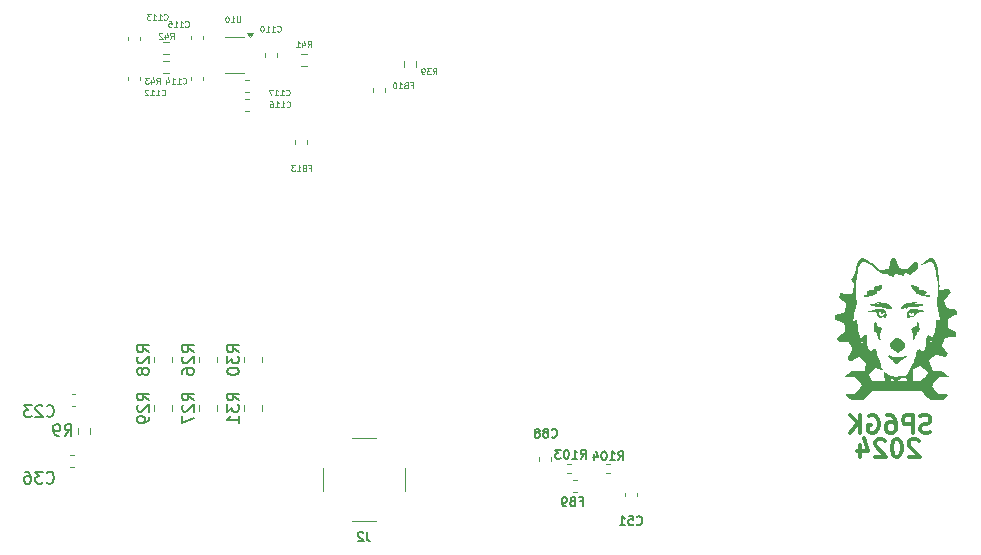
<source format=gbr>
%TF.GenerationSoftware,KiCad,Pcbnew,8.0.8-8.0.8-0~ubuntu22.04.1*%
%TF.CreationDate,2025-02-19T20:52:00+01:00*%
%TF.ProjectId,LO_synth_ADF4351_module,4c4f5f73-796e-4746-985f-414446343335,rev?*%
%TF.SameCoordinates,Original*%
%TF.FileFunction,Legend,Bot*%
%TF.FilePolarity,Positive*%
%FSLAX46Y46*%
G04 Gerber Fmt 4.6, Leading zero omitted, Abs format (unit mm)*
G04 Created by KiCad (PCBNEW 8.0.8-8.0.8-0~ubuntu22.04.1) date 2025-02-19 20:52:00*
%MOMM*%
%LPD*%
G01*
G04 APERTURE LIST*
%ADD10C,0.375000*%
%ADD11C,0.150000*%
%ADD12C,0.125000*%
%ADD13C,0.120000*%
%ADD14C,0.000000*%
G04 APERTURE END LIST*
D10*
X144467575Y-71725500D02*
X144253290Y-71796928D01*
X144253290Y-71796928D02*
X143896147Y-71796928D01*
X143896147Y-71796928D02*
X143753290Y-71725500D01*
X143753290Y-71725500D02*
X143681861Y-71654071D01*
X143681861Y-71654071D02*
X143610432Y-71511214D01*
X143610432Y-71511214D02*
X143610432Y-71368357D01*
X143610432Y-71368357D02*
X143681861Y-71225500D01*
X143681861Y-71225500D02*
X143753290Y-71154071D01*
X143753290Y-71154071D02*
X143896147Y-71082642D01*
X143896147Y-71082642D02*
X144181861Y-71011214D01*
X144181861Y-71011214D02*
X144324718Y-70939785D01*
X144324718Y-70939785D02*
X144396147Y-70868357D01*
X144396147Y-70868357D02*
X144467575Y-70725500D01*
X144467575Y-70725500D02*
X144467575Y-70582642D01*
X144467575Y-70582642D02*
X144396147Y-70439785D01*
X144396147Y-70439785D02*
X144324718Y-70368357D01*
X144324718Y-70368357D02*
X144181861Y-70296928D01*
X144181861Y-70296928D02*
X143824718Y-70296928D01*
X143824718Y-70296928D02*
X143610432Y-70368357D01*
X142967576Y-71796928D02*
X142967576Y-70296928D01*
X142967576Y-70296928D02*
X142396147Y-70296928D01*
X142396147Y-70296928D02*
X142253290Y-70368357D01*
X142253290Y-70368357D02*
X142181861Y-70439785D01*
X142181861Y-70439785D02*
X142110433Y-70582642D01*
X142110433Y-70582642D02*
X142110433Y-70796928D01*
X142110433Y-70796928D02*
X142181861Y-70939785D01*
X142181861Y-70939785D02*
X142253290Y-71011214D01*
X142253290Y-71011214D02*
X142396147Y-71082642D01*
X142396147Y-71082642D02*
X142967576Y-71082642D01*
X140824719Y-70296928D02*
X141110433Y-70296928D01*
X141110433Y-70296928D02*
X141253290Y-70368357D01*
X141253290Y-70368357D02*
X141324719Y-70439785D01*
X141324719Y-70439785D02*
X141467576Y-70654071D01*
X141467576Y-70654071D02*
X141539004Y-70939785D01*
X141539004Y-70939785D02*
X141539004Y-71511214D01*
X141539004Y-71511214D02*
X141467576Y-71654071D01*
X141467576Y-71654071D02*
X141396147Y-71725500D01*
X141396147Y-71725500D02*
X141253290Y-71796928D01*
X141253290Y-71796928D02*
X140967576Y-71796928D01*
X140967576Y-71796928D02*
X140824719Y-71725500D01*
X140824719Y-71725500D02*
X140753290Y-71654071D01*
X140753290Y-71654071D02*
X140681861Y-71511214D01*
X140681861Y-71511214D02*
X140681861Y-71154071D01*
X140681861Y-71154071D02*
X140753290Y-71011214D01*
X140753290Y-71011214D02*
X140824719Y-70939785D01*
X140824719Y-70939785D02*
X140967576Y-70868357D01*
X140967576Y-70868357D02*
X141253290Y-70868357D01*
X141253290Y-70868357D02*
X141396147Y-70939785D01*
X141396147Y-70939785D02*
X141467576Y-71011214D01*
X141467576Y-71011214D02*
X141539004Y-71154071D01*
X139253290Y-70368357D02*
X139396148Y-70296928D01*
X139396148Y-70296928D02*
X139610433Y-70296928D01*
X139610433Y-70296928D02*
X139824719Y-70368357D01*
X139824719Y-70368357D02*
X139967576Y-70511214D01*
X139967576Y-70511214D02*
X140039005Y-70654071D01*
X140039005Y-70654071D02*
X140110433Y-70939785D01*
X140110433Y-70939785D02*
X140110433Y-71154071D01*
X140110433Y-71154071D02*
X140039005Y-71439785D01*
X140039005Y-71439785D02*
X139967576Y-71582642D01*
X139967576Y-71582642D02*
X139824719Y-71725500D01*
X139824719Y-71725500D02*
X139610433Y-71796928D01*
X139610433Y-71796928D02*
X139467576Y-71796928D01*
X139467576Y-71796928D02*
X139253290Y-71725500D01*
X139253290Y-71725500D02*
X139181862Y-71654071D01*
X139181862Y-71654071D02*
X139181862Y-71154071D01*
X139181862Y-71154071D02*
X139467576Y-71154071D01*
X138539005Y-71796928D02*
X138539005Y-70296928D01*
X137681862Y-71796928D02*
X138324719Y-70939785D01*
X137681862Y-70296928D02*
X138539005Y-71154071D01*
X143467575Y-72439785D02*
X143396147Y-72368357D01*
X143396147Y-72368357D02*
X143253290Y-72296928D01*
X143253290Y-72296928D02*
X142896147Y-72296928D01*
X142896147Y-72296928D02*
X142753290Y-72368357D01*
X142753290Y-72368357D02*
X142681861Y-72439785D01*
X142681861Y-72439785D02*
X142610432Y-72582642D01*
X142610432Y-72582642D02*
X142610432Y-72725500D01*
X142610432Y-72725500D02*
X142681861Y-72939785D01*
X142681861Y-72939785D02*
X143539004Y-73796928D01*
X143539004Y-73796928D02*
X142610432Y-73796928D01*
X141681861Y-72296928D02*
X141539004Y-72296928D01*
X141539004Y-72296928D02*
X141396147Y-72368357D01*
X141396147Y-72368357D02*
X141324719Y-72439785D01*
X141324719Y-72439785D02*
X141253290Y-72582642D01*
X141253290Y-72582642D02*
X141181861Y-72868357D01*
X141181861Y-72868357D02*
X141181861Y-73225500D01*
X141181861Y-73225500D02*
X141253290Y-73511214D01*
X141253290Y-73511214D02*
X141324719Y-73654071D01*
X141324719Y-73654071D02*
X141396147Y-73725500D01*
X141396147Y-73725500D02*
X141539004Y-73796928D01*
X141539004Y-73796928D02*
X141681861Y-73796928D01*
X141681861Y-73796928D02*
X141824719Y-73725500D01*
X141824719Y-73725500D02*
X141896147Y-73654071D01*
X141896147Y-73654071D02*
X141967576Y-73511214D01*
X141967576Y-73511214D02*
X142039004Y-73225500D01*
X142039004Y-73225500D02*
X142039004Y-72868357D01*
X142039004Y-72868357D02*
X141967576Y-72582642D01*
X141967576Y-72582642D02*
X141896147Y-72439785D01*
X141896147Y-72439785D02*
X141824719Y-72368357D01*
X141824719Y-72368357D02*
X141681861Y-72296928D01*
X140610433Y-72439785D02*
X140539005Y-72368357D01*
X140539005Y-72368357D02*
X140396148Y-72296928D01*
X140396148Y-72296928D02*
X140039005Y-72296928D01*
X140039005Y-72296928D02*
X139896148Y-72368357D01*
X139896148Y-72368357D02*
X139824719Y-72439785D01*
X139824719Y-72439785D02*
X139753290Y-72582642D01*
X139753290Y-72582642D02*
X139753290Y-72725500D01*
X139753290Y-72725500D02*
X139824719Y-72939785D01*
X139824719Y-72939785D02*
X140681862Y-73796928D01*
X140681862Y-73796928D02*
X139753290Y-73796928D01*
X138467577Y-72796928D02*
X138467577Y-73796928D01*
X138824719Y-72225500D02*
X139181862Y-73296928D01*
X139181862Y-73296928D02*
X138253291Y-73296928D01*
D11*
X85904819Y-69044642D02*
X85428628Y-68711309D01*
X85904819Y-68473214D02*
X84904819Y-68473214D01*
X84904819Y-68473214D02*
X84904819Y-68854166D01*
X84904819Y-68854166D02*
X84952438Y-68949404D01*
X84952438Y-68949404D02*
X85000057Y-68997023D01*
X85000057Y-68997023D02*
X85095295Y-69044642D01*
X85095295Y-69044642D02*
X85238152Y-69044642D01*
X85238152Y-69044642D02*
X85333390Y-68997023D01*
X85333390Y-68997023D02*
X85381009Y-68949404D01*
X85381009Y-68949404D02*
X85428628Y-68854166D01*
X85428628Y-68854166D02*
X85428628Y-68473214D01*
X84904819Y-69377976D02*
X84904819Y-69997023D01*
X84904819Y-69997023D02*
X85285771Y-69663690D01*
X85285771Y-69663690D02*
X85285771Y-69806547D01*
X85285771Y-69806547D02*
X85333390Y-69901785D01*
X85333390Y-69901785D02*
X85381009Y-69949404D01*
X85381009Y-69949404D02*
X85476247Y-69997023D01*
X85476247Y-69997023D02*
X85714342Y-69997023D01*
X85714342Y-69997023D02*
X85809580Y-69949404D01*
X85809580Y-69949404D02*
X85857200Y-69901785D01*
X85857200Y-69901785D02*
X85904819Y-69806547D01*
X85904819Y-69806547D02*
X85904819Y-69520833D01*
X85904819Y-69520833D02*
X85857200Y-69425595D01*
X85857200Y-69425595D02*
X85809580Y-69377976D01*
X85904819Y-70949404D02*
X85904819Y-70377976D01*
X85904819Y-70663690D02*
X84904819Y-70663690D01*
X84904819Y-70663690D02*
X85047676Y-70568452D01*
X85047676Y-70568452D02*
X85142914Y-70473214D01*
X85142914Y-70473214D02*
X85190533Y-70377976D01*
D12*
X89159523Y-37777190D02*
X89183332Y-37801000D01*
X89183332Y-37801000D02*
X89254761Y-37824809D01*
X89254761Y-37824809D02*
X89302380Y-37824809D01*
X89302380Y-37824809D02*
X89373808Y-37801000D01*
X89373808Y-37801000D02*
X89421427Y-37753380D01*
X89421427Y-37753380D02*
X89445237Y-37705761D01*
X89445237Y-37705761D02*
X89469046Y-37610523D01*
X89469046Y-37610523D02*
X89469046Y-37539095D01*
X89469046Y-37539095D02*
X89445237Y-37443857D01*
X89445237Y-37443857D02*
X89421427Y-37396238D01*
X89421427Y-37396238D02*
X89373808Y-37348619D01*
X89373808Y-37348619D02*
X89302380Y-37324809D01*
X89302380Y-37324809D02*
X89254761Y-37324809D01*
X89254761Y-37324809D02*
X89183332Y-37348619D01*
X89183332Y-37348619D02*
X89159523Y-37372428D01*
X88683332Y-37824809D02*
X88969046Y-37824809D01*
X88826189Y-37824809D02*
X88826189Y-37324809D01*
X88826189Y-37324809D02*
X88873808Y-37396238D01*
X88873808Y-37396238D02*
X88921427Y-37443857D01*
X88921427Y-37443857D02*
X88969046Y-37467666D01*
X88207142Y-37824809D02*
X88492856Y-37824809D01*
X88349999Y-37824809D02*
X88349999Y-37324809D01*
X88349999Y-37324809D02*
X88397618Y-37396238D01*
X88397618Y-37396238D02*
X88445237Y-37443857D01*
X88445237Y-37443857D02*
X88492856Y-37467666D01*
X87897619Y-37324809D02*
X87850000Y-37324809D01*
X87850000Y-37324809D02*
X87802381Y-37348619D01*
X87802381Y-37348619D02*
X87778571Y-37372428D01*
X87778571Y-37372428D02*
X87754762Y-37420047D01*
X87754762Y-37420047D02*
X87730952Y-37515285D01*
X87730952Y-37515285D02*
X87730952Y-37634333D01*
X87730952Y-37634333D02*
X87754762Y-37729571D01*
X87754762Y-37729571D02*
X87778571Y-37777190D01*
X87778571Y-37777190D02*
X87802381Y-37801000D01*
X87802381Y-37801000D02*
X87850000Y-37824809D01*
X87850000Y-37824809D02*
X87897619Y-37824809D01*
X87897619Y-37824809D02*
X87945238Y-37801000D01*
X87945238Y-37801000D02*
X87969047Y-37777190D01*
X87969047Y-37777190D02*
X87992857Y-37729571D01*
X87992857Y-37729571D02*
X88016666Y-37634333D01*
X88016666Y-37634333D02*
X88016666Y-37515285D01*
X88016666Y-37515285D02*
X87992857Y-37420047D01*
X87992857Y-37420047D02*
X87969047Y-37372428D01*
X87969047Y-37372428D02*
X87945238Y-37348619D01*
X87945238Y-37348619D02*
X87897619Y-37324809D01*
X91721428Y-39124809D02*
X91888094Y-38886714D01*
X92007142Y-39124809D02*
X92007142Y-38624809D01*
X92007142Y-38624809D02*
X91816666Y-38624809D01*
X91816666Y-38624809D02*
X91769047Y-38648619D01*
X91769047Y-38648619D02*
X91745237Y-38672428D01*
X91745237Y-38672428D02*
X91721428Y-38720047D01*
X91721428Y-38720047D02*
X91721428Y-38791476D01*
X91721428Y-38791476D02*
X91745237Y-38839095D01*
X91745237Y-38839095D02*
X91769047Y-38862904D01*
X91769047Y-38862904D02*
X91816666Y-38886714D01*
X91816666Y-38886714D02*
X92007142Y-38886714D01*
X91292856Y-38791476D02*
X91292856Y-39124809D01*
X91411904Y-38601000D02*
X91530951Y-38958142D01*
X91530951Y-38958142D02*
X91221428Y-38958142D01*
X90769047Y-39124809D02*
X91054761Y-39124809D01*
X90911904Y-39124809D02*
X90911904Y-38624809D01*
X90911904Y-38624809D02*
X90959523Y-38696238D01*
X90959523Y-38696238D02*
X91007142Y-38743857D01*
X91007142Y-38743857D02*
X91054761Y-38767666D01*
D11*
X82104819Y-69044642D02*
X81628628Y-68711309D01*
X82104819Y-68473214D02*
X81104819Y-68473214D01*
X81104819Y-68473214D02*
X81104819Y-68854166D01*
X81104819Y-68854166D02*
X81152438Y-68949404D01*
X81152438Y-68949404D02*
X81200057Y-68997023D01*
X81200057Y-68997023D02*
X81295295Y-69044642D01*
X81295295Y-69044642D02*
X81438152Y-69044642D01*
X81438152Y-69044642D02*
X81533390Y-68997023D01*
X81533390Y-68997023D02*
X81581009Y-68949404D01*
X81581009Y-68949404D02*
X81628628Y-68854166D01*
X81628628Y-68854166D02*
X81628628Y-68473214D01*
X81200057Y-69425595D02*
X81152438Y-69473214D01*
X81152438Y-69473214D02*
X81104819Y-69568452D01*
X81104819Y-69568452D02*
X81104819Y-69806547D01*
X81104819Y-69806547D02*
X81152438Y-69901785D01*
X81152438Y-69901785D02*
X81200057Y-69949404D01*
X81200057Y-69949404D02*
X81295295Y-69997023D01*
X81295295Y-69997023D02*
X81390533Y-69997023D01*
X81390533Y-69997023D02*
X81533390Y-69949404D01*
X81533390Y-69949404D02*
X82104819Y-69377976D01*
X82104819Y-69377976D02*
X82104819Y-69997023D01*
X81104819Y-70330357D02*
X81104819Y-70997023D01*
X81104819Y-70997023D02*
X82104819Y-70568452D01*
D12*
X102321428Y-41424809D02*
X102488094Y-41186714D01*
X102607142Y-41424809D02*
X102607142Y-40924809D01*
X102607142Y-40924809D02*
X102416666Y-40924809D01*
X102416666Y-40924809D02*
X102369047Y-40948619D01*
X102369047Y-40948619D02*
X102345237Y-40972428D01*
X102345237Y-40972428D02*
X102321428Y-41020047D01*
X102321428Y-41020047D02*
X102321428Y-41091476D01*
X102321428Y-41091476D02*
X102345237Y-41139095D01*
X102345237Y-41139095D02*
X102369047Y-41162904D01*
X102369047Y-41162904D02*
X102416666Y-41186714D01*
X102416666Y-41186714D02*
X102607142Y-41186714D01*
X102154761Y-40924809D02*
X101845237Y-40924809D01*
X101845237Y-40924809D02*
X102011904Y-41115285D01*
X102011904Y-41115285D02*
X101940475Y-41115285D01*
X101940475Y-41115285D02*
X101892856Y-41139095D01*
X101892856Y-41139095D02*
X101869047Y-41162904D01*
X101869047Y-41162904D02*
X101845237Y-41210523D01*
X101845237Y-41210523D02*
X101845237Y-41329571D01*
X101845237Y-41329571D02*
X101869047Y-41377190D01*
X101869047Y-41377190D02*
X101892856Y-41401000D01*
X101892856Y-41401000D02*
X101940475Y-41424809D01*
X101940475Y-41424809D02*
X102083332Y-41424809D01*
X102083332Y-41424809D02*
X102130951Y-41401000D01*
X102130951Y-41401000D02*
X102154761Y-41377190D01*
X101607142Y-41424809D02*
X101511904Y-41424809D01*
X101511904Y-41424809D02*
X101464285Y-41401000D01*
X101464285Y-41401000D02*
X101440476Y-41377190D01*
X101440476Y-41377190D02*
X101392857Y-41305761D01*
X101392857Y-41305761D02*
X101369047Y-41210523D01*
X101369047Y-41210523D02*
X101369047Y-41020047D01*
X101369047Y-41020047D02*
X101392857Y-40972428D01*
X101392857Y-40972428D02*
X101416666Y-40948619D01*
X101416666Y-40948619D02*
X101464285Y-40924809D01*
X101464285Y-40924809D02*
X101559523Y-40924809D01*
X101559523Y-40924809D02*
X101607142Y-40948619D01*
X101607142Y-40948619D02*
X101630952Y-40972428D01*
X101630952Y-40972428D02*
X101654761Y-41020047D01*
X101654761Y-41020047D02*
X101654761Y-41139095D01*
X101654761Y-41139095D02*
X101630952Y-41186714D01*
X101630952Y-41186714D02*
X101607142Y-41210523D01*
X101607142Y-41210523D02*
X101559523Y-41234333D01*
X101559523Y-41234333D02*
X101464285Y-41234333D01*
X101464285Y-41234333D02*
X101416666Y-41210523D01*
X101416666Y-41210523D02*
X101392857Y-41186714D01*
X101392857Y-41186714D02*
X101369047Y-41139095D01*
D11*
X69642857Y-70359580D02*
X69690476Y-70407200D01*
X69690476Y-70407200D02*
X69833333Y-70454819D01*
X69833333Y-70454819D02*
X69928571Y-70454819D01*
X69928571Y-70454819D02*
X70071428Y-70407200D01*
X70071428Y-70407200D02*
X70166666Y-70311961D01*
X70166666Y-70311961D02*
X70214285Y-70216723D01*
X70214285Y-70216723D02*
X70261904Y-70026247D01*
X70261904Y-70026247D02*
X70261904Y-69883390D01*
X70261904Y-69883390D02*
X70214285Y-69692914D01*
X70214285Y-69692914D02*
X70166666Y-69597676D01*
X70166666Y-69597676D02*
X70071428Y-69502438D01*
X70071428Y-69502438D02*
X69928571Y-69454819D01*
X69928571Y-69454819D02*
X69833333Y-69454819D01*
X69833333Y-69454819D02*
X69690476Y-69502438D01*
X69690476Y-69502438D02*
X69642857Y-69550057D01*
X69261904Y-69550057D02*
X69214285Y-69502438D01*
X69214285Y-69502438D02*
X69119047Y-69454819D01*
X69119047Y-69454819D02*
X68880952Y-69454819D01*
X68880952Y-69454819D02*
X68785714Y-69502438D01*
X68785714Y-69502438D02*
X68738095Y-69550057D01*
X68738095Y-69550057D02*
X68690476Y-69645295D01*
X68690476Y-69645295D02*
X68690476Y-69740533D01*
X68690476Y-69740533D02*
X68738095Y-69883390D01*
X68738095Y-69883390D02*
X69309523Y-70454819D01*
X69309523Y-70454819D02*
X68690476Y-70454819D01*
X68357142Y-69454819D02*
X67738095Y-69454819D01*
X67738095Y-69454819D02*
X68071428Y-69835771D01*
X68071428Y-69835771D02*
X67928571Y-69835771D01*
X67928571Y-69835771D02*
X67833333Y-69883390D01*
X67833333Y-69883390D02*
X67785714Y-69931009D01*
X67785714Y-69931009D02*
X67738095Y-70026247D01*
X67738095Y-70026247D02*
X67738095Y-70264342D01*
X67738095Y-70264342D02*
X67785714Y-70359580D01*
X67785714Y-70359580D02*
X67833333Y-70407200D01*
X67833333Y-70407200D02*
X67928571Y-70454819D01*
X67928571Y-70454819D02*
X68214285Y-70454819D01*
X68214285Y-70454819D02*
X68309523Y-70407200D01*
X68309523Y-70407200D02*
X68357142Y-70359580D01*
X71166666Y-72054819D02*
X71499999Y-71578628D01*
X71738094Y-72054819D02*
X71738094Y-71054819D01*
X71738094Y-71054819D02*
X71357142Y-71054819D01*
X71357142Y-71054819D02*
X71261904Y-71102438D01*
X71261904Y-71102438D02*
X71214285Y-71150057D01*
X71214285Y-71150057D02*
X71166666Y-71245295D01*
X71166666Y-71245295D02*
X71166666Y-71388152D01*
X71166666Y-71388152D02*
X71214285Y-71483390D01*
X71214285Y-71483390D02*
X71261904Y-71531009D01*
X71261904Y-71531009D02*
X71357142Y-71578628D01*
X71357142Y-71578628D02*
X71738094Y-71578628D01*
X70690475Y-72054819D02*
X70499999Y-72054819D01*
X70499999Y-72054819D02*
X70404761Y-72007200D01*
X70404761Y-72007200D02*
X70357142Y-71959580D01*
X70357142Y-71959580D02*
X70261904Y-71816723D01*
X70261904Y-71816723D02*
X70214285Y-71626247D01*
X70214285Y-71626247D02*
X70214285Y-71245295D01*
X70214285Y-71245295D02*
X70261904Y-71150057D01*
X70261904Y-71150057D02*
X70309523Y-71102438D01*
X70309523Y-71102438D02*
X70404761Y-71054819D01*
X70404761Y-71054819D02*
X70595237Y-71054819D01*
X70595237Y-71054819D02*
X70690475Y-71102438D01*
X70690475Y-71102438D02*
X70738094Y-71150057D01*
X70738094Y-71150057D02*
X70785713Y-71245295D01*
X70785713Y-71245295D02*
X70785713Y-71483390D01*
X70785713Y-71483390D02*
X70738094Y-71578628D01*
X70738094Y-71578628D02*
X70690475Y-71626247D01*
X70690475Y-71626247D02*
X70595237Y-71673866D01*
X70595237Y-71673866D02*
X70404761Y-71673866D01*
X70404761Y-71673866D02*
X70309523Y-71626247D01*
X70309523Y-71626247D02*
X70261904Y-71578628D01*
X70261904Y-71578628D02*
X70214285Y-71483390D01*
X85904819Y-64957142D02*
X85428628Y-64623809D01*
X85904819Y-64385714D02*
X84904819Y-64385714D01*
X84904819Y-64385714D02*
X84904819Y-64766666D01*
X84904819Y-64766666D02*
X84952438Y-64861904D01*
X84952438Y-64861904D02*
X85000057Y-64909523D01*
X85000057Y-64909523D02*
X85095295Y-64957142D01*
X85095295Y-64957142D02*
X85238152Y-64957142D01*
X85238152Y-64957142D02*
X85333390Y-64909523D01*
X85333390Y-64909523D02*
X85381009Y-64861904D01*
X85381009Y-64861904D02*
X85428628Y-64766666D01*
X85428628Y-64766666D02*
X85428628Y-64385714D01*
X84904819Y-65290476D02*
X84904819Y-65909523D01*
X84904819Y-65909523D02*
X85285771Y-65576190D01*
X85285771Y-65576190D02*
X85285771Y-65719047D01*
X85285771Y-65719047D02*
X85333390Y-65814285D01*
X85333390Y-65814285D02*
X85381009Y-65861904D01*
X85381009Y-65861904D02*
X85476247Y-65909523D01*
X85476247Y-65909523D02*
X85714342Y-65909523D01*
X85714342Y-65909523D02*
X85809580Y-65861904D01*
X85809580Y-65861904D02*
X85857200Y-65814285D01*
X85857200Y-65814285D02*
X85904819Y-65719047D01*
X85904819Y-65719047D02*
X85904819Y-65433333D01*
X85904819Y-65433333D02*
X85857200Y-65338095D01*
X85857200Y-65338095D02*
X85809580Y-65290476D01*
X84904819Y-66528571D02*
X84904819Y-66623809D01*
X84904819Y-66623809D02*
X84952438Y-66719047D01*
X84952438Y-66719047D02*
X85000057Y-66766666D01*
X85000057Y-66766666D02*
X85095295Y-66814285D01*
X85095295Y-66814285D02*
X85285771Y-66861904D01*
X85285771Y-66861904D02*
X85523866Y-66861904D01*
X85523866Y-66861904D02*
X85714342Y-66814285D01*
X85714342Y-66814285D02*
X85809580Y-66766666D01*
X85809580Y-66766666D02*
X85857200Y-66719047D01*
X85857200Y-66719047D02*
X85904819Y-66623809D01*
X85904819Y-66623809D02*
X85904819Y-66528571D01*
X85904819Y-66528571D02*
X85857200Y-66433333D01*
X85857200Y-66433333D02*
X85809580Y-66385714D01*
X85809580Y-66385714D02*
X85714342Y-66338095D01*
X85714342Y-66338095D02*
X85523866Y-66290476D01*
X85523866Y-66290476D02*
X85285771Y-66290476D01*
X85285771Y-66290476D02*
X85095295Y-66338095D01*
X85095295Y-66338095D02*
X85000057Y-66385714D01*
X85000057Y-66385714D02*
X84952438Y-66433333D01*
X84952438Y-66433333D02*
X84904819Y-66528571D01*
D12*
X86019047Y-36524809D02*
X86019047Y-36929571D01*
X86019047Y-36929571D02*
X85995237Y-36977190D01*
X85995237Y-36977190D02*
X85971428Y-37001000D01*
X85971428Y-37001000D02*
X85923809Y-37024809D01*
X85923809Y-37024809D02*
X85828571Y-37024809D01*
X85828571Y-37024809D02*
X85780952Y-37001000D01*
X85780952Y-37001000D02*
X85757142Y-36977190D01*
X85757142Y-36977190D02*
X85733333Y-36929571D01*
X85733333Y-36929571D02*
X85733333Y-36524809D01*
X85233332Y-37024809D02*
X85519046Y-37024809D01*
X85376189Y-37024809D02*
X85376189Y-36524809D01*
X85376189Y-36524809D02*
X85423808Y-36596238D01*
X85423808Y-36596238D02*
X85471427Y-36643857D01*
X85471427Y-36643857D02*
X85519046Y-36667666D01*
X84923809Y-36524809D02*
X84876190Y-36524809D01*
X84876190Y-36524809D02*
X84828571Y-36548619D01*
X84828571Y-36548619D02*
X84804761Y-36572428D01*
X84804761Y-36572428D02*
X84780952Y-36620047D01*
X84780952Y-36620047D02*
X84757142Y-36715285D01*
X84757142Y-36715285D02*
X84757142Y-36834333D01*
X84757142Y-36834333D02*
X84780952Y-36929571D01*
X84780952Y-36929571D02*
X84804761Y-36977190D01*
X84804761Y-36977190D02*
X84828571Y-37001000D01*
X84828571Y-37001000D02*
X84876190Y-37024809D01*
X84876190Y-37024809D02*
X84923809Y-37024809D01*
X84923809Y-37024809D02*
X84971428Y-37001000D01*
X84971428Y-37001000D02*
X84995237Y-36977190D01*
X84995237Y-36977190D02*
X85019047Y-36929571D01*
X85019047Y-36929571D02*
X85042856Y-36834333D01*
X85042856Y-36834333D02*
X85042856Y-36715285D01*
X85042856Y-36715285D02*
X85019047Y-36620047D01*
X85019047Y-36620047D02*
X84995237Y-36572428D01*
X84995237Y-36572428D02*
X84971428Y-36548619D01*
X84971428Y-36548619D02*
X84923809Y-36524809D01*
D11*
X119582143Y-79517735D02*
X119617857Y-79553450D01*
X119617857Y-79553450D02*
X119725000Y-79589164D01*
X119725000Y-79589164D02*
X119796428Y-79589164D01*
X119796428Y-79589164D02*
X119903571Y-79553450D01*
X119903571Y-79553450D02*
X119975000Y-79482021D01*
X119975000Y-79482021D02*
X120010714Y-79410592D01*
X120010714Y-79410592D02*
X120046428Y-79267735D01*
X120046428Y-79267735D02*
X120046428Y-79160592D01*
X120046428Y-79160592D02*
X120010714Y-79017735D01*
X120010714Y-79017735D02*
X119975000Y-78946307D01*
X119975000Y-78946307D02*
X119903571Y-78874878D01*
X119903571Y-78874878D02*
X119796428Y-78839164D01*
X119796428Y-78839164D02*
X119725000Y-78839164D01*
X119725000Y-78839164D02*
X119617857Y-78874878D01*
X119617857Y-78874878D02*
X119582143Y-78910592D01*
X118903571Y-78839164D02*
X119260714Y-78839164D01*
X119260714Y-78839164D02*
X119296428Y-79196307D01*
X119296428Y-79196307D02*
X119260714Y-79160592D01*
X119260714Y-79160592D02*
X119189286Y-79124878D01*
X119189286Y-79124878D02*
X119010714Y-79124878D01*
X119010714Y-79124878D02*
X118939286Y-79160592D01*
X118939286Y-79160592D02*
X118903571Y-79196307D01*
X118903571Y-79196307D02*
X118867857Y-79267735D01*
X118867857Y-79267735D02*
X118867857Y-79446307D01*
X118867857Y-79446307D02*
X118903571Y-79517735D01*
X118903571Y-79517735D02*
X118939286Y-79553450D01*
X118939286Y-79553450D02*
X119010714Y-79589164D01*
X119010714Y-79589164D02*
X119189286Y-79589164D01*
X119189286Y-79589164D02*
X119260714Y-79553450D01*
X119260714Y-79553450D02*
X119296428Y-79517735D01*
X118153571Y-79589164D02*
X118582142Y-79589164D01*
X118367857Y-79589164D02*
X118367857Y-78839164D01*
X118367857Y-78839164D02*
X118439285Y-78946307D01*
X118439285Y-78946307D02*
X118510714Y-79017735D01*
X118510714Y-79017735D02*
X118582142Y-79053450D01*
X112382143Y-72117735D02*
X112417857Y-72153450D01*
X112417857Y-72153450D02*
X112525000Y-72189164D01*
X112525000Y-72189164D02*
X112596428Y-72189164D01*
X112596428Y-72189164D02*
X112703571Y-72153450D01*
X112703571Y-72153450D02*
X112775000Y-72082021D01*
X112775000Y-72082021D02*
X112810714Y-72010592D01*
X112810714Y-72010592D02*
X112846428Y-71867735D01*
X112846428Y-71867735D02*
X112846428Y-71760592D01*
X112846428Y-71760592D02*
X112810714Y-71617735D01*
X112810714Y-71617735D02*
X112775000Y-71546307D01*
X112775000Y-71546307D02*
X112703571Y-71474878D01*
X112703571Y-71474878D02*
X112596428Y-71439164D01*
X112596428Y-71439164D02*
X112525000Y-71439164D01*
X112525000Y-71439164D02*
X112417857Y-71474878D01*
X112417857Y-71474878D02*
X112382143Y-71510592D01*
X111953571Y-71760592D02*
X112025000Y-71724878D01*
X112025000Y-71724878D02*
X112060714Y-71689164D01*
X112060714Y-71689164D02*
X112096428Y-71617735D01*
X112096428Y-71617735D02*
X112096428Y-71582021D01*
X112096428Y-71582021D02*
X112060714Y-71510592D01*
X112060714Y-71510592D02*
X112025000Y-71474878D01*
X112025000Y-71474878D02*
X111953571Y-71439164D01*
X111953571Y-71439164D02*
X111810714Y-71439164D01*
X111810714Y-71439164D02*
X111739286Y-71474878D01*
X111739286Y-71474878D02*
X111703571Y-71510592D01*
X111703571Y-71510592D02*
X111667857Y-71582021D01*
X111667857Y-71582021D02*
X111667857Y-71617735D01*
X111667857Y-71617735D02*
X111703571Y-71689164D01*
X111703571Y-71689164D02*
X111739286Y-71724878D01*
X111739286Y-71724878D02*
X111810714Y-71760592D01*
X111810714Y-71760592D02*
X111953571Y-71760592D01*
X111953571Y-71760592D02*
X112025000Y-71796307D01*
X112025000Y-71796307D02*
X112060714Y-71832021D01*
X112060714Y-71832021D02*
X112096428Y-71903450D01*
X112096428Y-71903450D02*
X112096428Y-72046307D01*
X112096428Y-72046307D02*
X112060714Y-72117735D01*
X112060714Y-72117735D02*
X112025000Y-72153450D01*
X112025000Y-72153450D02*
X111953571Y-72189164D01*
X111953571Y-72189164D02*
X111810714Y-72189164D01*
X111810714Y-72189164D02*
X111739286Y-72153450D01*
X111739286Y-72153450D02*
X111703571Y-72117735D01*
X111703571Y-72117735D02*
X111667857Y-72046307D01*
X111667857Y-72046307D02*
X111667857Y-71903450D01*
X111667857Y-71903450D02*
X111703571Y-71832021D01*
X111703571Y-71832021D02*
X111739286Y-71796307D01*
X111739286Y-71796307D02*
X111810714Y-71760592D01*
X111239285Y-71760592D02*
X111310714Y-71724878D01*
X111310714Y-71724878D02*
X111346428Y-71689164D01*
X111346428Y-71689164D02*
X111382142Y-71617735D01*
X111382142Y-71617735D02*
X111382142Y-71582021D01*
X111382142Y-71582021D02*
X111346428Y-71510592D01*
X111346428Y-71510592D02*
X111310714Y-71474878D01*
X111310714Y-71474878D02*
X111239285Y-71439164D01*
X111239285Y-71439164D02*
X111096428Y-71439164D01*
X111096428Y-71439164D02*
X111025000Y-71474878D01*
X111025000Y-71474878D02*
X110989285Y-71510592D01*
X110989285Y-71510592D02*
X110953571Y-71582021D01*
X110953571Y-71582021D02*
X110953571Y-71617735D01*
X110953571Y-71617735D02*
X110989285Y-71689164D01*
X110989285Y-71689164D02*
X111025000Y-71724878D01*
X111025000Y-71724878D02*
X111096428Y-71760592D01*
X111096428Y-71760592D02*
X111239285Y-71760592D01*
X111239285Y-71760592D02*
X111310714Y-71796307D01*
X111310714Y-71796307D02*
X111346428Y-71832021D01*
X111346428Y-71832021D02*
X111382142Y-71903450D01*
X111382142Y-71903450D02*
X111382142Y-72046307D01*
X111382142Y-72046307D02*
X111346428Y-72117735D01*
X111346428Y-72117735D02*
X111310714Y-72153450D01*
X111310714Y-72153450D02*
X111239285Y-72189164D01*
X111239285Y-72189164D02*
X111096428Y-72189164D01*
X111096428Y-72189164D02*
X111025000Y-72153450D01*
X111025000Y-72153450D02*
X110989285Y-72117735D01*
X110989285Y-72117735D02*
X110953571Y-72046307D01*
X110953571Y-72046307D02*
X110953571Y-71903450D01*
X110953571Y-71903450D02*
X110989285Y-71832021D01*
X110989285Y-71832021D02*
X111025000Y-71796307D01*
X111025000Y-71796307D02*
X111096428Y-71760592D01*
D12*
X89959523Y-44177190D02*
X89983332Y-44201000D01*
X89983332Y-44201000D02*
X90054761Y-44224809D01*
X90054761Y-44224809D02*
X90102380Y-44224809D01*
X90102380Y-44224809D02*
X90173808Y-44201000D01*
X90173808Y-44201000D02*
X90221427Y-44153380D01*
X90221427Y-44153380D02*
X90245237Y-44105761D01*
X90245237Y-44105761D02*
X90269046Y-44010523D01*
X90269046Y-44010523D02*
X90269046Y-43939095D01*
X90269046Y-43939095D02*
X90245237Y-43843857D01*
X90245237Y-43843857D02*
X90221427Y-43796238D01*
X90221427Y-43796238D02*
X90173808Y-43748619D01*
X90173808Y-43748619D02*
X90102380Y-43724809D01*
X90102380Y-43724809D02*
X90054761Y-43724809D01*
X90054761Y-43724809D02*
X89983332Y-43748619D01*
X89983332Y-43748619D02*
X89959523Y-43772428D01*
X89483332Y-44224809D02*
X89769046Y-44224809D01*
X89626189Y-44224809D02*
X89626189Y-43724809D01*
X89626189Y-43724809D02*
X89673808Y-43796238D01*
X89673808Y-43796238D02*
X89721427Y-43843857D01*
X89721427Y-43843857D02*
X89769046Y-43867666D01*
X89007142Y-44224809D02*
X89292856Y-44224809D01*
X89149999Y-44224809D02*
X89149999Y-43724809D01*
X89149999Y-43724809D02*
X89197618Y-43796238D01*
X89197618Y-43796238D02*
X89245237Y-43843857D01*
X89245237Y-43843857D02*
X89292856Y-43867666D01*
X88578571Y-43724809D02*
X88673809Y-43724809D01*
X88673809Y-43724809D02*
X88721428Y-43748619D01*
X88721428Y-43748619D02*
X88745238Y-43772428D01*
X88745238Y-43772428D02*
X88792857Y-43843857D01*
X88792857Y-43843857D02*
X88816666Y-43939095D01*
X88816666Y-43939095D02*
X88816666Y-44129571D01*
X88816666Y-44129571D02*
X88792857Y-44177190D01*
X88792857Y-44177190D02*
X88769047Y-44201000D01*
X88769047Y-44201000D02*
X88721428Y-44224809D01*
X88721428Y-44224809D02*
X88626190Y-44224809D01*
X88626190Y-44224809D02*
X88578571Y-44201000D01*
X88578571Y-44201000D02*
X88554762Y-44177190D01*
X88554762Y-44177190D02*
X88530952Y-44129571D01*
X88530952Y-44129571D02*
X88530952Y-44010523D01*
X88530952Y-44010523D02*
X88554762Y-43962904D01*
X88554762Y-43962904D02*
X88578571Y-43939095D01*
X88578571Y-43939095D02*
X88626190Y-43915285D01*
X88626190Y-43915285D02*
X88721428Y-43915285D01*
X88721428Y-43915285D02*
X88769047Y-43939095D01*
X88769047Y-43939095D02*
X88792857Y-43962904D01*
X88792857Y-43962904D02*
X88816666Y-44010523D01*
X81159523Y-42177190D02*
X81183332Y-42201000D01*
X81183332Y-42201000D02*
X81254761Y-42224809D01*
X81254761Y-42224809D02*
X81302380Y-42224809D01*
X81302380Y-42224809D02*
X81373808Y-42201000D01*
X81373808Y-42201000D02*
X81421427Y-42153380D01*
X81421427Y-42153380D02*
X81445237Y-42105761D01*
X81445237Y-42105761D02*
X81469046Y-42010523D01*
X81469046Y-42010523D02*
X81469046Y-41939095D01*
X81469046Y-41939095D02*
X81445237Y-41843857D01*
X81445237Y-41843857D02*
X81421427Y-41796238D01*
X81421427Y-41796238D02*
X81373808Y-41748619D01*
X81373808Y-41748619D02*
X81302380Y-41724809D01*
X81302380Y-41724809D02*
X81254761Y-41724809D01*
X81254761Y-41724809D02*
X81183332Y-41748619D01*
X81183332Y-41748619D02*
X81159523Y-41772428D01*
X80683332Y-42224809D02*
X80969046Y-42224809D01*
X80826189Y-42224809D02*
X80826189Y-41724809D01*
X80826189Y-41724809D02*
X80873808Y-41796238D01*
X80873808Y-41796238D02*
X80921427Y-41843857D01*
X80921427Y-41843857D02*
X80969046Y-41867666D01*
X80207142Y-42224809D02*
X80492856Y-42224809D01*
X80349999Y-42224809D02*
X80349999Y-41724809D01*
X80349999Y-41724809D02*
X80397618Y-41796238D01*
X80397618Y-41796238D02*
X80445237Y-41843857D01*
X80445237Y-41843857D02*
X80492856Y-41867666D01*
X79778571Y-41891476D02*
X79778571Y-42224809D01*
X79897619Y-41701000D02*
X80016666Y-42058142D01*
X80016666Y-42058142D02*
X79707143Y-42058142D01*
D11*
X69642857Y-75989580D02*
X69690476Y-76037200D01*
X69690476Y-76037200D02*
X69833333Y-76084819D01*
X69833333Y-76084819D02*
X69928571Y-76084819D01*
X69928571Y-76084819D02*
X70071428Y-76037200D01*
X70071428Y-76037200D02*
X70166666Y-75941961D01*
X70166666Y-75941961D02*
X70214285Y-75846723D01*
X70214285Y-75846723D02*
X70261904Y-75656247D01*
X70261904Y-75656247D02*
X70261904Y-75513390D01*
X70261904Y-75513390D02*
X70214285Y-75322914D01*
X70214285Y-75322914D02*
X70166666Y-75227676D01*
X70166666Y-75227676D02*
X70071428Y-75132438D01*
X70071428Y-75132438D02*
X69928571Y-75084819D01*
X69928571Y-75084819D02*
X69833333Y-75084819D01*
X69833333Y-75084819D02*
X69690476Y-75132438D01*
X69690476Y-75132438D02*
X69642857Y-75180057D01*
X69309523Y-75084819D02*
X68690476Y-75084819D01*
X68690476Y-75084819D02*
X69023809Y-75465771D01*
X69023809Y-75465771D02*
X68880952Y-75465771D01*
X68880952Y-75465771D02*
X68785714Y-75513390D01*
X68785714Y-75513390D02*
X68738095Y-75561009D01*
X68738095Y-75561009D02*
X68690476Y-75656247D01*
X68690476Y-75656247D02*
X68690476Y-75894342D01*
X68690476Y-75894342D02*
X68738095Y-75989580D01*
X68738095Y-75989580D02*
X68785714Y-76037200D01*
X68785714Y-76037200D02*
X68880952Y-76084819D01*
X68880952Y-76084819D02*
X69166666Y-76084819D01*
X69166666Y-76084819D02*
X69261904Y-76037200D01*
X69261904Y-76037200D02*
X69309523Y-75989580D01*
X67833333Y-75084819D02*
X68023809Y-75084819D01*
X68023809Y-75084819D02*
X68119047Y-75132438D01*
X68119047Y-75132438D02*
X68166666Y-75180057D01*
X68166666Y-75180057D02*
X68261904Y-75322914D01*
X68261904Y-75322914D02*
X68309523Y-75513390D01*
X68309523Y-75513390D02*
X68309523Y-75894342D01*
X68309523Y-75894342D02*
X68261904Y-75989580D01*
X68261904Y-75989580D02*
X68214285Y-76037200D01*
X68214285Y-76037200D02*
X68119047Y-76084819D01*
X68119047Y-76084819D02*
X67928571Y-76084819D01*
X67928571Y-76084819D02*
X67833333Y-76037200D01*
X67833333Y-76037200D02*
X67785714Y-75989580D01*
X67785714Y-75989580D02*
X67738095Y-75894342D01*
X67738095Y-75894342D02*
X67738095Y-75656247D01*
X67738095Y-75656247D02*
X67785714Y-75561009D01*
X67785714Y-75561009D02*
X67833333Y-75513390D01*
X67833333Y-75513390D02*
X67928571Y-75465771D01*
X67928571Y-75465771D02*
X68119047Y-75465771D01*
X68119047Y-75465771D02*
X68214285Y-75513390D01*
X68214285Y-75513390D02*
X68261904Y-75561009D01*
X68261904Y-75561009D02*
X68309523Y-75656247D01*
X78304819Y-64957142D02*
X77828628Y-64623809D01*
X78304819Y-64385714D02*
X77304819Y-64385714D01*
X77304819Y-64385714D02*
X77304819Y-64766666D01*
X77304819Y-64766666D02*
X77352438Y-64861904D01*
X77352438Y-64861904D02*
X77400057Y-64909523D01*
X77400057Y-64909523D02*
X77495295Y-64957142D01*
X77495295Y-64957142D02*
X77638152Y-64957142D01*
X77638152Y-64957142D02*
X77733390Y-64909523D01*
X77733390Y-64909523D02*
X77781009Y-64861904D01*
X77781009Y-64861904D02*
X77828628Y-64766666D01*
X77828628Y-64766666D02*
X77828628Y-64385714D01*
X77400057Y-65338095D02*
X77352438Y-65385714D01*
X77352438Y-65385714D02*
X77304819Y-65480952D01*
X77304819Y-65480952D02*
X77304819Y-65719047D01*
X77304819Y-65719047D02*
X77352438Y-65814285D01*
X77352438Y-65814285D02*
X77400057Y-65861904D01*
X77400057Y-65861904D02*
X77495295Y-65909523D01*
X77495295Y-65909523D02*
X77590533Y-65909523D01*
X77590533Y-65909523D02*
X77733390Y-65861904D01*
X77733390Y-65861904D02*
X78304819Y-65290476D01*
X78304819Y-65290476D02*
X78304819Y-65909523D01*
X77733390Y-66480952D02*
X77685771Y-66385714D01*
X77685771Y-66385714D02*
X77638152Y-66338095D01*
X77638152Y-66338095D02*
X77542914Y-66290476D01*
X77542914Y-66290476D02*
X77495295Y-66290476D01*
X77495295Y-66290476D02*
X77400057Y-66338095D01*
X77400057Y-66338095D02*
X77352438Y-66385714D01*
X77352438Y-66385714D02*
X77304819Y-66480952D01*
X77304819Y-66480952D02*
X77304819Y-66671428D01*
X77304819Y-66671428D02*
X77352438Y-66766666D01*
X77352438Y-66766666D02*
X77400057Y-66814285D01*
X77400057Y-66814285D02*
X77495295Y-66861904D01*
X77495295Y-66861904D02*
X77542914Y-66861904D01*
X77542914Y-66861904D02*
X77638152Y-66814285D01*
X77638152Y-66814285D02*
X77685771Y-66766666D01*
X77685771Y-66766666D02*
X77733390Y-66671428D01*
X77733390Y-66671428D02*
X77733390Y-66480952D01*
X77733390Y-66480952D02*
X77781009Y-66385714D01*
X77781009Y-66385714D02*
X77828628Y-66338095D01*
X77828628Y-66338095D02*
X77923866Y-66290476D01*
X77923866Y-66290476D02*
X78114342Y-66290476D01*
X78114342Y-66290476D02*
X78209580Y-66338095D01*
X78209580Y-66338095D02*
X78257200Y-66385714D01*
X78257200Y-66385714D02*
X78304819Y-66480952D01*
X78304819Y-66480952D02*
X78304819Y-66671428D01*
X78304819Y-66671428D02*
X78257200Y-66766666D01*
X78257200Y-66766666D02*
X78209580Y-66814285D01*
X78209580Y-66814285D02*
X78114342Y-66861904D01*
X78114342Y-66861904D02*
X77923866Y-66861904D01*
X77923866Y-66861904D02*
X77828628Y-66814285D01*
X77828628Y-66814285D02*
X77781009Y-66766666D01*
X77781009Y-66766666D02*
X77733390Y-66671428D01*
X78304819Y-69044642D02*
X77828628Y-68711309D01*
X78304819Y-68473214D02*
X77304819Y-68473214D01*
X77304819Y-68473214D02*
X77304819Y-68854166D01*
X77304819Y-68854166D02*
X77352438Y-68949404D01*
X77352438Y-68949404D02*
X77400057Y-68997023D01*
X77400057Y-68997023D02*
X77495295Y-69044642D01*
X77495295Y-69044642D02*
X77638152Y-69044642D01*
X77638152Y-69044642D02*
X77733390Y-68997023D01*
X77733390Y-68997023D02*
X77781009Y-68949404D01*
X77781009Y-68949404D02*
X77828628Y-68854166D01*
X77828628Y-68854166D02*
X77828628Y-68473214D01*
X77400057Y-69425595D02*
X77352438Y-69473214D01*
X77352438Y-69473214D02*
X77304819Y-69568452D01*
X77304819Y-69568452D02*
X77304819Y-69806547D01*
X77304819Y-69806547D02*
X77352438Y-69901785D01*
X77352438Y-69901785D02*
X77400057Y-69949404D01*
X77400057Y-69949404D02*
X77495295Y-69997023D01*
X77495295Y-69997023D02*
X77590533Y-69997023D01*
X77590533Y-69997023D02*
X77733390Y-69949404D01*
X77733390Y-69949404D02*
X78304819Y-69377976D01*
X78304819Y-69377976D02*
X78304819Y-69997023D01*
X78304819Y-70473214D02*
X78304819Y-70663690D01*
X78304819Y-70663690D02*
X78257200Y-70758928D01*
X78257200Y-70758928D02*
X78209580Y-70806547D01*
X78209580Y-70806547D02*
X78066723Y-70901785D01*
X78066723Y-70901785D02*
X77876247Y-70949404D01*
X77876247Y-70949404D02*
X77495295Y-70949404D01*
X77495295Y-70949404D02*
X77400057Y-70901785D01*
X77400057Y-70901785D02*
X77352438Y-70854166D01*
X77352438Y-70854166D02*
X77304819Y-70758928D01*
X77304819Y-70758928D02*
X77304819Y-70568452D01*
X77304819Y-70568452D02*
X77352438Y-70473214D01*
X77352438Y-70473214D02*
X77400057Y-70425595D01*
X77400057Y-70425595D02*
X77495295Y-70377976D01*
X77495295Y-70377976D02*
X77733390Y-70377976D01*
X77733390Y-70377976D02*
X77828628Y-70425595D01*
X77828628Y-70425595D02*
X77876247Y-70473214D01*
X77876247Y-70473214D02*
X77923866Y-70568452D01*
X77923866Y-70568452D02*
X77923866Y-70758928D01*
X77923866Y-70758928D02*
X77876247Y-70854166D01*
X77876247Y-70854166D02*
X77828628Y-70901785D01*
X77828628Y-70901785D02*
X77733390Y-70949404D01*
D12*
X91854760Y-49362904D02*
X92021427Y-49362904D01*
X92021427Y-49624809D02*
X92021427Y-49124809D01*
X92021427Y-49124809D02*
X91783332Y-49124809D01*
X91426189Y-49362904D02*
X91354761Y-49386714D01*
X91354761Y-49386714D02*
X91330951Y-49410523D01*
X91330951Y-49410523D02*
X91307142Y-49458142D01*
X91307142Y-49458142D02*
X91307142Y-49529571D01*
X91307142Y-49529571D02*
X91330951Y-49577190D01*
X91330951Y-49577190D02*
X91354761Y-49601000D01*
X91354761Y-49601000D02*
X91402380Y-49624809D01*
X91402380Y-49624809D02*
X91592856Y-49624809D01*
X91592856Y-49624809D02*
X91592856Y-49124809D01*
X91592856Y-49124809D02*
X91426189Y-49124809D01*
X91426189Y-49124809D02*
X91378570Y-49148619D01*
X91378570Y-49148619D02*
X91354761Y-49172428D01*
X91354761Y-49172428D02*
X91330951Y-49220047D01*
X91330951Y-49220047D02*
X91330951Y-49267666D01*
X91330951Y-49267666D02*
X91354761Y-49315285D01*
X91354761Y-49315285D02*
X91378570Y-49339095D01*
X91378570Y-49339095D02*
X91426189Y-49362904D01*
X91426189Y-49362904D02*
X91592856Y-49362904D01*
X90830951Y-49624809D02*
X91116665Y-49624809D01*
X90973808Y-49624809D02*
X90973808Y-49124809D01*
X90973808Y-49124809D02*
X91021427Y-49196238D01*
X91021427Y-49196238D02*
X91069046Y-49243857D01*
X91069046Y-49243857D02*
X91116665Y-49267666D01*
X90664285Y-49124809D02*
X90354761Y-49124809D01*
X90354761Y-49124809D02*
X90521428Y-49315285D01*
X90521428Y-49315285D02*
X90449999Y-49315285D01*
X90449999Y-49315285D02*
X90402380Y-49339095D01*
X90402380Y-49339095D02*
X90378571Y-49362904D01*
X90378571Y-49362904D02*
X90354761Y-49410523D01*
X90354761Y-49410523D02*
X90354761Y-49529571D01*
X90354761Y-49529571D02*
X90378571Y-49577190D01*
X90378571Y-49577190D02*
X90402380Y-49601000D01*
X90402380Y-49601000D02*
X90449999Y-49624809D01*
X90449999Y-49624809D02*
X90592856Y-49624809D01*
X90592856Y-49624809D02*
X90640475Y-49601000D01*
X90640475Y-49601000D02*
X90664285Y-49577190D01*
X78921428Y-42224809D02*
X79088094Y-41986714D01*
X79207142Y-42224809D02*
X79207142Y-41724809D01*
X79207142Y-41724809D02*
X79016666Y-41724809D01*
X79016666Y-41724809D02*
X78969047Y-41748619D01*
X78969047Y-41748619D02*
X78945237Y-41772428D01*
X78945237Y-41772428D02*
X78921428Y-41820047D01*
X78921428Y-41820047D02*
X78921428Y-41891476D01*
X78921428Y-41891476D02*
X78945237Y-41939095D01*
X78945237Y-41939095D02*
X78969047Y-41962904D01*
X78969047Y-41962904D02*
X79016666Y-41986714D01*
X79016666Y-41986714D02*
X79207142Y-41986714D01*
X78492856Y-41891476D02*
X78492856Y-42224809D01*
X78611904Y-41701000D02*
X78730951Y-42058142D01*
X78730951Y-42058142D02*
X78421428Y-42058142D01*
X78278571Y-41724809D02*
X77969047Y-41724809D01*
X77969047Y-41724809D02*
X78135714Y-41915285D01*
X78135714Y-41915285D02*
X78064285Y-41915285D01*
X78064285Y-41915285D02*
X78016666Y-41939095D01*
X78016666Y-41939095D02*
X77992857Y-41962904D01*
X77992857Y-41962904D02*
X77969047Y-42010523D01*
X77969047Y-42010523D02*
X77969047Y-42129571D01*
X77969047Y-42129571D02*
X77992857Y-42177190D01*
X77992857Y-42177190D02*
X78016666Y-42201000D01*
X78016666Y-42201000D02*
X78064285Y-42224809D01*
X78064285Y-42224809D02*
X78207142Y-42224809D01*
X78207142Y-42224809D02*
X78254761Y-42201000D01*
X78254761Y-42201000D02*
X78278571Y-42177190D01*
X79559523Y-36777190D02*
X79583332Y-36801000D01*
X79583332Y-36801000D02*
X79654761Y-36824809D01*
X79654761Y-36824809D02*
X79702380Y-36824809D01*
X79702380Y-36824809D02*
X79773808Y-36801000D01*
X79773808Y-36801000D02*
X79821427Y-36753380D01*
X79821427Y-36753380D02*
X79845237Y-36705761D01*
X79845237Y-36705761D02*
X79869046Y-36610523D01*
X79869046Y-36610523D02*
X79869046Y-36539095D01*
X79869046Y-36539095D02*
X79845237Y-36443857D01*
X79845237Y-36443857D02*
X79821427Y-36396238D01*
X79821427Y-36396238D02*
X79773808Y-36348619D01*
X79773808Y-36348619D02*
X79702380Y-36324809D01*
X79702380Y-36324809D02*
X79654761Y-36324809D01*
X79654761Y-36324809D02*
X79583332Y-36348619D01*
X79583332Y-36348619D02*
X79559523Y-36372428D01*
X79083332Y-36824809D02*
X79369046Y-36824809D01*
X79226189Y-36824809D02*
X79226189Y-36324809D01*
X79226189Y-36324809D02*
X79273808Y-36396238D01*
X79273808Y-36396238D02*
X79321427Y-36443857D01*
X79321427Y-36443857D02*
X79369046Y-36467666D01*
X78607142Y-36824809D02*
X78892856Y-36824809D01*
X78749999Y-36824809D02*
X78749999Y-36324809D01*
X78749999Y-36324809D02*
X78797618Y-36396238D01*
X78797618Y-36396238D02*
X78845237Y-36443857D01*
X78845237Y-36443857D02*
X78892856Y-36467666D01*
X78440476Y-36324809D02*
X78130952Y-36324809D01*
X78130952Y-36324809D02*
X78297619Y-36515285D01*
X78297619Y-36515285D02*
X78226190Y-36515285D01*
X78226190Y-36515285D02*
X78178571Y-36539095D01*
X78178571Y-36539095D02*
X78154762Y-36562904D01*
X78154762Y-36562904D02*
X78130952Y-36610523D01*
X78130952Y-36610523D02*
X78130952Y-36729571D01*
X78130952Y-36729571D02*
X78154762Y-36777190D01*
X78154762Y-36777190D02*
X78178571Y-36801000D01*
X78178571Y-36801000D02*
X78226190Y-36824809D01*
X78226190Y-36824809D02*
X78369047Y-36824809D01*
X78369047Y-36824809D02*
X78416666Y-36801000D01*
X78416666Y-36801000D02*
X78440476Y-36777190D01*
D11*
X82104819Y-64957142D02*
X81628628Y-64623809D01*
X82104819Y-64385714D02*
X81104819Y-64385714D01*
X81104819Y-64385714D02*
X81104819Y-64766666D01*
X81104819Y-64766666D02*
X81152438Y-64861904D01*
X81152438Y-64861904D02*
X81200057Y-64909523D01*
X81200057Y-64909523D02*
X81295295Y-64957142D01*
X81295295Y-64957142D02*
X81438152Y-64957142D01*
X81438152Y-64957142D02*
X81533390Y-64909523D01*
X81533390Y-64909523D02*
X81581009Y-64861904D01*
X81581009Y-64861904D02*
X81628628Y-64766666D01*
X81628628Y-64766666D02*
X81628628Y-64385714D01*
X81200057Y-65338095D02*
X81152438Y-65385714D01*
X81152438Y-65385714D02*
X81104819Y-65480952D01*
X81104819Y-65480952D02*
X81104819Y-65719047D01*
X81104819Y-65719047D02*
X81152438Y-65814285D01*
X81152438Y-65814285D02*
X81200057Y-65861904D01*
X81200057Y-65861904D02*
X81295295Y-65909523D01*
X81295295Y-65909523D02*
X81390533Y-65909523D01*
X81390533Y-65909523D02*
X81533390Y-65861904D01*
X81533390Y-65861904D02*
X82104819Y-65290476D01*
X82104819Y-65290476D02*
X82104819Y-65909523D01*
X81104819Y-66766666D02*
X81104819Y-66576190D01*
X81104819Y-66576190D02*
X81152438Y-66480952D01*
X81152438Y-66480952D02*
X81200057Y-66433333D01*
X81200057Y-66433333D02*
X81342914Y-66338095D01*
X81342914Y-66338095D02*
X81533390Y-66290476D01*
X81533390Y-66290476D02*
X81914342Y-66290476D01*
X81914342Y-66290476D02*
X82009580Y-66338095D01*
X82009580Y-66338095D02*
X82057200Y-66385714D01*
X82057200Y-66385714D02*
X82104819Y-66480952D01*
X82104819Y-66480952D02*
X82104819Y-66671428D01*
X82104819Y-66671428D02*
X82057200Y-66766666D01*
X82057200Y-66766666D02*
X82009580Y-66814285D01*
X82009580Y-66814285D02*
X81914342Y-66861904D01*
X81914342Y-66861904D02*
X81676247Y-66861904D01*
X81676247Y-66861904D02*
X81581009Y-66814285D01*
X81581009Y-66814285D02*
X81533390Y-66766666D01*
X81533390Y-66766666D02*
X81485771Y-66671428D01*
X81485771Y-66671428D02*
X81485771Y-66480952D01*
X81485771Y-66480952D02*
X81533390Y-66385714D01*
X81533390Y-66385714D02*
X81581009Y-66338095D01*
X81581009Y-66338095D02*
X81676247Y-66290476D01*
D12*
X100454760Y-42362904D02*
X100621427Y-42362904D01*
X100621427Y-42624809D02*
X100621427Y-42124809D01*
X100621427Y-42124809D02*
X100383332Y-42124809D01*
X100026189Y-42362904D02*
X99954761Y-42386714D01*
X99954761Y-42386714D02*
X99930951Y-42410523D01*
X99930951Y-42410523D02*
X99907142Y-42458142D01*
X99907142Y-42458142D02*
X99907142Y-42529571D01*
X99907142Y-42529571D02*
X99930951Y-42577190D01*
X99930951Y-42577190D02*
X99954761Y-42601000D01*
X99954761Y-42601000D02*
X100002380Y-42624809D01*
X100002380Y-42624809D02*
X100192856Y-42624809D01*
X100192856Y-42624809D02*
X100192856Y-42124809D01*
X100192856Y-42124809D02*
X100026189Y-42124809D01*
X100026189Y-42124809D02*
X99978570Y-42148619D01*
X99978570Y-42148619D02*
X99954761Y-42172428D01*
X99954761Y-42172428D02*
X99930951Y-42220047D01*
X99930951Y-42220047D02*
X99930951Y-42267666D01*
X99930951Y-42267666D02*
X99954761Y-42315285D01*
X99954761Y-42315285D02*
X99978570Y-42339095D01*
X99978570Y-42339095D02*
X100026189Y-42362904D01*
X100026189Y-42362904D02*
X100192856Y-42362904D01*
X99430951Y-42624809D02*
X99716665Y-42624809D01*
X99573808Y-42624809D02*
X99573808Y-42124809D01*
X99573808Y-42124809D02*
X99621427Y-42196238D01*
X99621427Y-42196238D02*
X99669046Y-42243857D01*
X99669046Y-42243857D02*
X99716665Y-42267666D01*
X99121428Y-42124809D02*
X99073809Y-42124809D01*
X99073809Y-42124809D02*
X99026190Y-42148619D01*
X99026190Y-42148619D02*
X99002380Y-42172428D01*
X99002380Y-42172428D02*
X98978571Y-42220047D01*
X98978571Y-42220047D02*
X98954761Y-42315285D01*
X98954761Y-42315285D02*
X98954761Y-42434333D01*
X98954761Y-42434333D02*
X98978571Y-42529571D01*
X98978571Y-42529571D02*
X99002380Y-42577190D01*
X99002380Y-42577190D02*
X99026190Y-42601000D01*
X99026190Y-42601000D02*
X99073809Y-42624809D01*
X99073809Y-42624809D02*
X99121428Y-42624809D01*
X99121428Y-42624809D02*
X99169047Y-42601000D01*
X99169047Y-42601000D02*
X99192856Y-42577190D01*
X99192856Y-42577190D02*
X99216666Y-42529571D01*
X99216666Y-42529571D02*
X99240475Y-42434333D01*
X99240475Y-42434333D02*
X99240475Y-42315285D01*
X99240475Y-42315285D02*
X99216666Y-42220047D01*
X99216666Y-42220047D02*
X99192856Y-42172428D01*
X99192856Y-42172428D02*
X99169047Y-42148619D01*
X99169047Y-42148619D02*
X99121428Y-42124809D01*
D11*
X96749999Y-80189164D02*
X96749999Y-80724878D01*
X96749999Y-80724878D02*
X96785714Y-80832021D01*
X96785714Y-80832021D02*
X96857142Y-80903450D01*
X96857142Y-80903450D02*
X96964285Y-80939164D01*
X96964285Y-80939164D02*
X97035714Y-80939164D01*
X96428570Y-80260592D02*
X96392856Y-80224878D01*
X96392856Y-80224878D02*
X96321428Y-80189164D01*
X96321428Y-80189164D02*
X96142856Y-80189164D01*
X96142856Y-80189164D02*
X96071428Y-80224878D01*
X96071428Y-80224878D02*
X96035713Y-80260592D01*
X96035713Y-80260592D02*
X95999999Y-80332021D01*
X95999999Y-80332021D02*
X95999999Y-80403450D01*
X95999999Y-80403450D02*
X96035713Y-80510592D01*
X96035713Y-80510592D02*
X96464285Y-80939164D01*
X96464285Y-80939164D02*
X95999999Y-80939164D01*
D12*
X80096428Y-38424809D02*
X80263094Y-38186714D01*
X80382142Y-38424809D02*
X80382142Y-37924809D01*
X80382142Y-37924809D02*
X80191666Y-37924809D01*
X80191666Y-37924809D02*
X80144047Y-37948619D01*
X80144047Y-37948619D02*
X80120237Y-37972428D01*
X80120237Y-37972428D02*
X80096428Y-38020047D01*
X80096428Y-38020047D02*
X80096428Y-38091476D01*
X80096428Y-38091476D02*
X80120237Y-38139095D01*
X80120237Y-38139095D02*
X80144047Y-38162904D01*
X80144047Y-38162904D02*
X80191666Y-38186714D01*
X80191666Y-38186714D02*
X80382142Y-38186714D01*
X79667856Y-38091476D02*
X79667856Y-38424809D01*
X79786904Y-37901000D02*
X79905951Y-38258142D01*
X79905951Y-38258142D02*
X79596428Y-38258142D01*
X79429761Y-37972428D02*
X79405952Y-37948619D01*
X79405952Y-37948619D02*
X79358333Y-37924809D01*
X79358333Y-37924809D02*
X79239285Y-37924809D01*
X79239285Y-37924809D02*
X79191666Y-37948619D01*
X79191666Y-37948619D02*
X79167857Y-37972428D01*
X79167857Y-37972428D02*
X79144047Y-38020047D01*
X79144047Y-38020047D02*
X79144047Y-38067666D01*
X79144047Y-38067666D02*
X79167857Y-38139095D01*
X79167857Y-38139095D02*
X79453571Y-38424809D01*
X79453571Y-38424809D02*
X79144047Y-38424809D01*
X89897023Y-43177190D02*
X89920832Y-43201000D01*
X89920832Y-43201000D02*
X89992261Y-43224809D01*
X89992261Y-43224809D02*
X90039880Y-43224809D01*
X90039880Y-43224809D02*
X90111308Y-43201000D01*
X90111308Y-43201000D02*
X90158927Y-43153380D01*
X90158927Y-43153380D02*
X90182737Y-43105761D01*
X90182737Y-43105761D02*
X90206546Y-43010523D01*
X90206546Y-43010523D02*
X90206546Y-42939095D01*
X90206546Y-42939095D02*
X90182737Y-42843857D01*
X90182737Y-42843857D02*
X90158927Y-42796238D01*
X90158927Y-42796238D02*
X90111308Y-42748619D01*
X90111308Y-42748619D02*
X90039880Y-42724809D01*
X90039880Y-42724809D02*
X89992261Y-42724809D01*
X89992261Y-42724809D02*
X89920832Y-42748619D01*
X89920832Y-42748619D02*
X89897023Y-42772428D01*
X89420832Y-43224809D02*
X89706546Y-43224809D01*
X89563689Y-43224809D02*
X89563689Y-42724809D01*
X89563689Y-42724809D02*
X89611308Y-42796238D01*
X89611308Y-42796238D02*
X89658927Y-42843857D01*
X89658927Y-42843857D02*
X89706546Y-42867666D01*
X88944642Y-43224809D02*
X89230356Y-43224809D01*
X89087499Y-43224809D02*
X89087499Y-42724809D01*
X89087499Y-42724809D02*
X89135118Y-42796238D01*
X89135118Y-42796238D02*
X89182737Y-42843857D01*
X89182737Y-42843857D02*
X89230356Y-42867666D01*
X88777976Y-42724809D02*
X88444643Y-42724809D01*
X88444643Y-42724809D02*
X88658928Y-43224809D01*
D11*
X118039286Y-74089164D02*
X118289286Y-73732021D01*
X118467857Y-74089164D02*
X118467857Y-73339164D01*
X118467857Y-73339164D02*
X118182143Y-73339164D01*
X118182143Y-73339164D02*
X118110714Y-73374878D01*
X118110714Y-73374878D02*
X118075000Y-73410592D01*
X118075000Y-73410592D02*
X118039286Y-73482021D01*
X118039286Y-73482021D02*
X118039286Y-73589164D01*
X118039286Y-73589164D02*
X118075000Y-73660592D01*
X118075000Y-73660592D02*
X118110714Y-73696307D01*
X118110714Y-73696307D02*
X118182143Y-73732021D01*
X118182143Y-73732021D02*
X118467857Y-73732021D01*
X117325000Y-74089164D02*
X117753571Y-74089164D01*
X117539286Y-74089164D02*
X117539286Y-73339164D01*
X117539286Y-73339164D02*
X117610714Y-73446307D01*
X117610714Y-73446307D02*
X117682143Y-73517735D01*
X117682143Y-73517735D02*
X117753571Y-73553450D01*
X116860714Y-73339164D02*
X116789285Y-73339164D01*
X116789285Y-73339164D02*
X116717857Y-73374878D01*
X116717857Y-73374878D02*
X116682143Y-73410592D01*
X116682143Y-73410592D02*
X116646428Y-73482021D01*
X116646428Y-73482021D02*
X116610714Y-73624878D01*
X116610714Y-73624878D02*
X116610714Y-73803450D01*
X116610714Y-73803450D02*
X116646428Y-73946307D01*
X116646428Y-73946307D02*
X116682143Y-74017735D01*
X116682143Y-74017735D02*
X116717857Y-74053450D01*
X116717857Y-74053450D02*
X116789285Y-74089164D01*
X116789285Y-74089164D02*
X116860714Y-74089164D01*
X116860714Y-74089164D02*
X116932143Y-74053450D01*
X116932143Y-74053450D02*
X116967857Y-74017735D01*
X116967857Y-74017735D02*
X117003571Y-73946307D01*
X117003571Y-73946307D02*
X117039285Y-73803450D01*
X117039285Y-73803450D02*
X117039285Y-73624878D01*
X117039285Y-73624878D02*
X117003571Y-73482021D01*
X117003571Y-73482021D02*
X116967857Y-73410592D01*
X116967857Y-73410592D02*
X116932143Y-73374878D01*
X116932143Y-73374878D02*
X116860714Y-73339164D01*
X115967857Y-73589164D02*
X115967857Y-74089164D01*
X116146428Y-73303450D02*
X116324999Y-73839164D01*
X116324999Y-73839164D02*
X115860714Y-73839164D01*
D12*
X79359523Y-43177190D02*
X79383332Y-43201000D01*
X79383332Y-43201000D02*
X79454761Y-43224809D01*
X79454761Y-43224809D02*
X79502380Y-43224809D01*
X79502380Y-43224809D02*
X79573808Y-43201000D01*
X79573808Y-43201000D02*
X79621427Y-43153380D01*
X79621427Y-43153380D02*
X79645237Y-43105761D01*
X79645237Y-43105761D02*
X79669046Y-43010523D01*
X79669046Y-43010523D02*
X79669046Y-42939095D01*
X79669046Y-42939095D02*
X79645237Y-42843857D01*
X79645237Y-42843857D02*
X79621427Y-42796238D01*
X79621427Y-42796238D02*
X79573808Y-42748619D01*
X79573808Y-42748619D02*
X79502380Y-42724809D01*
X79502380Y-42724809D02*
X79454761Y-42724809D01*
X79454761Y-42724809D02*
X79383332Y-42748619D01*
X79383332Y-42748619D02*
X79359523Y-42772428D01*
X78883332Y-43224809D02*
X79169046Y-43224809D01*
X79026189Y-43224809D02*
X79026189Y-42724809D01*
X79026189Y-42724809D02*
X79073808Y-42796238D01*
X79073808Y-42796238D02*
X79121427Y-42843857D01*
X79121427Y-42843857D02*
X79169046Y-42867666D01*
X78407142Y-43224809D02*
X78692856Y-43224809D01*
X78549999Y-43224809D02*
X78549999Y-42724809D01*
X78549999Y-42724809D02*
X78597618Y-42796238D01*
X78597618Y-42796238D02*
X78645237Y-42843857D01*
X78645237Y-42843857D02*
X78692856Y-42867666D01*
X78216666Y-42772428D02*
X78192857Y-42748619D01*
X78192857Y-42748619D02*
X78145238Y-42724809D01*
X78145238Y-42724809D02*
X78026190Y-42724809D01*
X78026190Y-42724809D02*
X77978571Y-42748619D01*
X77978571Y-42748619D02*
X77954762Y-42772428D01*
X77954762Y-42772428D02*
X77930952Y-42820047D01*
X77930952Y-42820047D02*
X77930952Y-42867666D01*
X77930952Y-42867666D02*
X77954762Y-42939095D01*
X77954762Y-42939095D02*
X78240476Y-43224809D01*
X78240476Y-43224809D02*
X77930952Y-43224809D01*
D11*
X114839286Y-73969164D02*
X115089286Y-73612021D01*
X115267857Y-73969164D02*
X115267857Y-73219164D01*
X115267857Y-73219164D02*
X114982143Y-73219164D01*
X114982143Y-73219164D02*
X114910714Y-73254878D01*
X114910714Y-73254878D02*
X114875000Y-73290592D01*
X114875000Y-73290592D02*
X114839286Y-73362021D01*
X114839286Y-73362021D02*
X114839286Y-73469164D01*
X114839286Y-73469164D02*
X114875000Y-73540592D01*
X114875000Y-73540592D02*
X114910714Y-73576307D01*
X114910714Y-73576307D02*
X114982143Y-73612021D01*
X114982143Y-73612021D02*
X115267857Y-73612021D01*
X114125000Y-73969164D02*
X114553571Y-73969164D01*
X114339286Y-73969164D02*
X114339286Y-73219164D01*
X114339286Y-73219164D02*
X114410714Y-73326307D01*
X114410714Y-73326307D02*
X114482143Y-73397735D01*
X114482143Y-73397735D02*
X114553571Y-73433450D01*
X113660714Y-73219164D02*
X113589285Y-73219164D01*
X113589285Y-73219164D02*
X113517857Y-73254878D01*
X113517857Y-73254878D02*
X113482143Y-73290592D01*
X113482143Y-73290592D02*
X113446428Y-73362021D01*
X113446428Y-73362021D02*
X113410714Y-73504878D01*
X113410714Y-73504878D02*
X113410714Y-73683450D01*
X113410714Y-73683450D02*
X113446428Y-73826307D01*
X113446428Y-73826307D02*
X113482143Y-73897735D01*
X113482143Y-73897735D02*
X113517857Y-73933450D01*
X113517857Y-73933450D02*
X113589285Y-73969164D01*
X113589285Y-73969164D02*
X113660714Y-73969164D01*
X113660714Y-73969164D02*
X113732143Y-73933450D01*
X113732143Y-73933450D02*
X113767857Y-73897735D01*
X113767857Y-73897735D02*
X113803571Y-73826307D01*
X113803571Y-73826307D02*
X113839285Y-73683450D01*
X113839285Y-73683450D02*
X113839285Y-73504878D01*
X113839285Y-73504878D02*
X113803571Y-73362021D01*
X113803571Y-73362021D02*
X113767857Y-73290592D01*
X113767857Y-73290592D02*
X113732143Y-73254878D01*
X113732143Y-73254878D02*
X113660714Y-73219164D01*
X113160714Y-73219164D02*
X112696428Y-73219164D01*
X112696428Y-73219164D02*
X112946428Y-73504878D01*
X112946428Y-73504878D02*
X112839285Y-73504878D01*
X112839285Y-73504878D02*
X112767857Y-73540592D01*
X112767857Y-73540592D02*
X112732142Y-73576307D01*
X112732142Y-73576307D02*
X112696428Y-73647735D01*
X112696428Y-73647735D02*
X112696428Y-73826307D01*
X112696428Y-73826307D02*
X112732142Y-73897735D01*
X112732142Y-73897735D02*
X112767857Y-73933450D01*
X112767857Y-73933450D02*
X112839285Y-73969164D01*
X112839285Y-73969164D02*
X113053571Y-73969164D01*
X113053571Y-73969164D02*
X113124999Y-73933450D01*
X113124999Y-73933450D02*
X113160714Y-73897735D01*
X114774999Y-77596307D02*
X115024999Y-77596307D01*
X115024999Y-77989164D02*
X115024999Y-77239164D01*
X115024999Y-77239164D02*
X114667856Y-77239164D01*
X114132142Y-77596307D02*
X114024999Y-77632021D01*
X114024999Y-77632021D02*
X113989285Y-77667735D01*
X113989285Y-77667735D02*
X113953571Y-77739164D01*
X113953571Y-77739164D02*
X113953571Y-77846307D01*
X113953571Y-77846307D02*
X113989285Y-77917735D01*
X113989285Y-77917735D02*
X114024999Y-77953450D01*
X114024999Y-77953450D02*
X114096428Y-77989164D01*
X114096428Y-77989164D02*
X114382142Y-77989164D01*
X114382142Y-77989164D02*
X114382142Y-77239164D01*
X114382142Y-77239164D02*
X114132142Y-77239164D01*
X114132142Y-77239164D02*
X114060714Y-77274878D01*
X114060714Y-77274878D02*
X114024999Y-77310592D01*
X114024999Y-77310592D02*
X113989285Y-77382021D01*
X113989285Y-77382021D02*
X113989285Y-77453450D01*
X113989285Y-77453450D02*
X114024999Y-77524878D01*
X114024999Y-77524878D02*
X114060714Y-77560592D01*
X114060714Y-77560592D02*
X114132142Y-77596307D01*
X114132142Y-77596307D02*
X114382142Y-77596307D01*
X113596428Y-77989164D02*
X113453571Y-77989164D01*
X113453571Y-77989164D02*
X113382142Y-77953450D01*
X113382142Y-77953450D02*
X113346428Y-77917735D01*
X113346428Y-77917735D02*
X113274999Y-77810592D01*
X113274999Y-77810592D02*
X113239285Y-77667735D01*
X113239285Y-77667735D02*
X113239285Y-77382021D01*
X113239285Y-77382021D02*
X113274999Y-77310592D01*
X113274999Y-77310592D02*
X113310714Y-77274878D01*
X113310714Y-77274878D02*
X113382142Y-77239164D01*
X113382142Y-77239164D02*
X113524999Y-77239164D01*
X113524999Y-77239164D02*
X113596428Y-77274878D01*
X113596428Y-77274878D02*
X113632142Y-77310592D01*
X113632142Y-77310592D02*
X113667856Y-77382021D01*
X113667856Y-77382021D02*
X113667856Y-77560592D01*
X113667856Y-77560592D02*
X113632142Y-77632021D01*
X113632142Y-77632021D02*
X113596428Y-77667735D01*
X113596428Y-77667735D02*
X113524999Y-77703450D01*
X113524999Y-77703450D02*
X113382142Y-77703450D01*
X113382142Y-77703450D02*
X113310714Y-77667735D01*
X113310714Y-77667735D02*
X113274999Y-77632021D01*
X113274999Y-77632021D02*
X113239285Y-77560592D01*
D12*
X81359523Y-37377190D02*
X81383332Y-37401000D01*
X81383332Y-37401000D02*
X81454761Y-37424809D01*
X81454761Y-37424809D02*
X81502380Y-37424809D01*
X81502380Y-37424809D02*
X81573808Y-37401000D01*
X81573808Y-37401000D02*
X81621427Y-37353380D01*
X81621427Y-37353380D02*
X81645237Y-37305761D01*
X81645237Y-37305761D02*
X81669046Y-37210523D01*
X81669046Y-37210523D02*
X81669046Y-37139095D01*
X81669046Y-37139095D02*
X81645237Y-37043857D01*
X81645237Y-37043857D02*
X81621427Y-36996238D01*
X81621427Y-36996238D02*
X81573808Y-36948619D01*
X81573808Y-36948619D02*
X81502380Y-36924809D01*
X81502380Y-36924809D02*
X81454761Y-36924809D01*
X81454761Y-36924809D02*
X81383332Y-36948619D01*
X81383332Y-36948619D02*
X81359523Y-36972428D01*
X80883332Y-37424809D02*
X81169046Y-37424809D01*
X81026189Y-37424809D02*
X81026189Y-36924809D01*
X81026189Y-36924809D02*
X81073808Y-36996238D01*
X81073808Y-36996238D02*
X81121427Y-37043857D01*
X81121427Y-37043857D02*
X81169046Y-37067666D01*
X80407142Y-37424809D02*
X80692856Y-37424809D01*
X80549999Y-37424809D02*
X80549999Y-36924809D01*
X80549999Y-36924809D02*
X80597618Y-36996238D01*
X80597618Y-36996238D02*
X80645237Y-37043857D01*
X80645237Y-37043857D02*
X80692856Y-37067666D01*
X79954762Y-36924809D02*
X80192857Y-36924809D01*
X80192857Y-36924809D02*
X80216666Y-37162904D01*
X80216666Y-37162904D02*
X80192857Y-37139095D01*
X80192857Y-37139095D02*
X80145238Y-37115285D01*
X80145238Y-37115285D02*
X80026190Y-37115285D01*
X80026190Y-37115285D02*
X79978571Y-37139095D01*
X79978571Y-37139095D02*
X79954762Y-37162904D01*
X79954762Y-37162904D02*
X79930952Y-37210523D01*
X79930952Y-37210523D02*
X79930952Y-37329571D01*
X79930952Y-37329571D02*
X79954762Y-37377190D01*
X79954762Y-37377190D02*
X79978571Y-37401000D01*
X79978571Y-37401000D02*
X80026190Y-37424809D01*
X80026190Y-37424809D02*
X80145238Y-37424809D01*
X80145238Y-37424809D02*
X80192857Y-37401000D01*
X80192857Y-37401000D02*
X80216666Y-37377190D01*
D13*
%TO.C,R31*%
X86365000Y-69914564D02*
X86365000Y-69460436D01*
X87835000Y-69914564D02*
X87835000Y-69460436D01*
%TO.C,C110*%
X88090000Y-39653733D02*
X88090000Y-39946267D01*
X89110000Y-39653733D02*
X89110000Y-39946267D01*
%TO.C,R41*%
X91654724Y-39677500D02*
X91145276Y-39677500D01*
X91654724Y-40722500D02*
X91145276Y-40722500D01*
%TO.C,R27*%
X82565000Y-69914564D02*
X82565000Y-69460436D01*
X84035000Y-69914564D02*
X84035000Y-69460436D01*
%TO.C,R39*%
X99877500Y-40854724D02*
X99877500Y-40345276D01*
X100922500Y-40854724D02*
X100922500Y-40345276D01*
D14*
%TO.C,G\u002A\u002A\u002A*%
G36*
X141706725Y-63772463D02*
G01*
X141902150Y-63845008D01*
X142087476Y-63970150D01*
X142235263Y-64129357D01*
X142318070Y-64304093D01*
X142324072Y-64351339D01*
X142283803Y-64516112D01*
X142160678Y-64692039D01*
X141964175Y-64864122D01*
X141906782Y-64903766D01*
X141791967Y-64973397D01*
X141722333Y-65001893D01*
X141718960Y-65001899D01*
X141628808Y-64970391D01*
X141494219Y-64892680D01*
X141343589Y-64788350D01*
X141205318Y-64676980D01*
X141107804Y-64578153D01*
X141102991Y-64571920D01*
X141029115Y-64441544D01*
X140998620Y-64320801D01*
X140998644Y-64318779D01*
X141038260Y-64212298D01*
X141136255Y-64078179D01*
X141267460Y-63942524D01*
X141406704Y-63831433D01*
X141528816Y-63771007D01*
X141706725Y-63772463D01*
G37*
G36*
X139878534Y-62446640D02*
G01*
X139905950Y-62584908D01*
X139924899Y-62705104D01*
X139976524Y-62770490D01*
X140089861Y-62805158D01*
X140223706Y-62841001D01*
X140333316Y-62910848D01*
X140356655Y-63015111D01*
X140301472Y-63167043D01*
X140256146Y-63272940D01*
X140224349Y-63437745D01*
X140228482Y-63652941D01*
X140233408Y-63722576D01*
X140236186Y-63858921D01*
X140220151Y-63920113D01*
X140182289Y-63923843D01*
X140144035Y-63897067D01*
X140062845Y-63792516D01*
X139982460Y-63645965D01*
X139920967Y-63492605D01*
X139896450Y-63367629D01*
X139895672Y-63336707D01*
X139871768Y-63270097D01*
X139797922Y-63275013D01*
X139730713Y-63273904D01*
X139671875Y-63194342D01*
X139650560Y-63029888D01*
X139668127Y-62785666D01*
X139680585Y-62706393D01*
X139725260Y-62534772D01*
X139779161Y-62429192D01*
X139833262Y-62397275D01*
X139878534Y-62446640D01*
G37*
G36*
X141138302Y-65265678D02*
G01*
X141274162Y-65330481D01*
X141302398Y-65344973D01*
X141468000Y-65386783D01*
X141684228Y-65398809D01*
X141914738Y-65380940D01*
X142123189Y-65333066D01*
X142200355Y-65307719D01*
X142329792Y-65269488D01*
X142401559Y-65254438D01*
X142408421Y-65254644D01*
X142439860Y-65282250D01*
X142397059Y-65348019D01*
X142290966Y-65440066D01*
X142132527Y-65546505D01*
X142016827Y-65621738D01*
X141847889Y-65747194D01*
X141721888Y-65858921D01*
X141711209Y-65870022D01*
X141620027Y-65954989D01*
X141564653Y-65972640D01*
X141519530Y-65932233D01*
X141405635Y-65779196D01*
X141318855Y-65672308D01*
X141262130Y-65619377D01*
X141221545Y-65605128D01*
X141199227Y-65599542D01*
X141113731Y-65540548D01*
X141014607Y-65443158D01*
X140932591Y-65339890D01*
X140898422Y-65263267D01*
X140922620Y-65233871D01*
X141011441Y-65231743D01*
X141138302Y-65265678D01*
G37*
G36*
X143453047Y-62473477D02*
G01*
X143472978Y-62507967D01*
X143509186Y-62638130D01*
X143532490Y-62813109D01*
X143540627Y-62997259D01*
X143531335Y-63154935D01*
X143502353Y-63250493D01*
X143455373Y-63295109D01*
X143420414Y-63263018D01*
X143409764Y-63240186D01*
X143361301Y-63199629D01*
X143320383Y-63242650D01*
X143303156Y-63356394D01*
X143300924Y-63391689D01*
X143263236Y-63547679D01*
X143193734Y-63707084D01*
X143160937Y-63762693D01*
X143071847Y-63877959D01*
X143010172Y-63898464D01*
X142980128Y-63825182D01*
X142985929Y-63659086D01*
X142988637Y-63434160D01*
X142929209Y-63236298D01*
X142879628Y-63119475D01*
X142857814Y-62994367D01*
X142903617Y-62904916D01*
X143027651Y-62835199D01*
X143240533Y-62769291D01*
X143247032Y-62766666D01*
X143287082Y-62699570D01*
X143303156Y-62575734D01*
X143303387Y-62554127D01*
X143322479Y-62431968D01*
X143372320Y-62405117D01*
X143453047Y-62473477D01*
G37*
G36*
X143250485Y-60704760D02*
G01*
X143328205Y-60745562D01*
X143325286Y-60776375D01*
X143256014Y-60795661D01*
X143194986Y-60804507D01*
X143152860Y-60841008D01*
X143182013Y-60858512D01*
X143286560Y-60868622D01*
X143440927Y-60863462D01*
X143524719Y-60858937D01*
X143694281Y-60865844D01*
X143807861Y-60893680D01*
X143850773Y-60937320D01*
X143808328Y-60991641D01*
X143749131Y-61016884D01*
X143599840Y-61056991D01*
X143400742Y-61097669D01*
X143181236Y-61134176D01*
X142970721Y-61161773D01*
X142798596Y-61175719D01*
X142694259Y-61171275D01*
X142611010Y-61163083D01*
X142505125Y-61217225D01*
X142445537Y-61263358D01*
X142349062Y-61245360D01*
X142292885Y-61223454D01*
X142226119Y-61246413D01*
X142225787Y-61246946D01*
X142147921Y-61293456D01*
X142048273Y-61280997D01*
X141980428Y-61216165D01*
X141976734Y-61201387D01*
X142011961Y-61100886D01*
X142137889Y-60961873D01*
X142144600Y-60955698D01*
X142271758Y-60852351D01*
X142374494Y-60810312D01*
X142490076Y-60813926D01*
X142497687Y-60815026D01*
X142661585Y-60810284D01*
X142826633Y-60767628D01*
X142943618Y-60728270D01*
X143111621Y-60699465D01*
X143250485Y-60704760D01*
G37*
G36*
X140372968Y-59271263D02*
G01*
X140397029Y-59345143D01*
X140349525Y-59416596D01*
X140331562Y-59435746D01*
X140327522Y-59513718D01*
X140330266Y-59526433D01*
X140296952Y-59605599D01*
X140208115Y-59693312D01*
X140094416Y-59764399D01*
X139986515Y-59793688D01*
X139920534Y-59811303D01*
X139918712Y-59885105D01*
X139924907Y-59931717D01*
X139895802Y-59987423D01*
X139811249Y-60043262D01*
X139657428Y-60107667D01*
X139420513Y-60189072D01*
X139366554Y-60206287D01*
X139121642Y-60270132D01*
X138940163Y-60291708D01*
X138831131Y-60270752D01*
X138803560Y-60207002D01*
X138845823Y-60144500D01*
X138970054Y-60102950D01*
X139016349Y-60096724D01*
X139142492Y-60057224D01*
X139177596Y-59997617D01*
X139117307Y-59923219D01*
X139087330Y-59900007D01*
X139048921Y-59851287D01*
X139076623Y-59813151D01*
X139181494Y-59777572D01*
X139374591Y-59736527D01*
X139571640Y-59692363D01*
X139697014Y-59645333D01*
X139738950Y-59594034D01*
X139706075Y-59533175D01*
X139653633Y-59463319D01*
X139672004Y-59410164D01*
X139783728Y-59392591D01*
X139915989Y-59372277D01*
X140064997Y-59317443D01*
X140191907Y-59265278D01*
X140302965Y-59242603D01*
X140372968Y-59271263D01*
G37*
G36*
X142987219Y-59275173D02*
G01*
X143174623Y-59325201D01*
X143245187Y-59344761D01*
X143422131Y-59401194D01*
X143516793Y-59450293D01*
X143541609Y-59500851D01*
X143509014Y-59561661D01*
X143504819Y-59566786D01*
X143475111Y-59621238D01*
X143501614Y-59658775D01*
X143598886Y-59687652D01*
X143781489Y-59716121D01*
X143812145Y-59720356D01*
X144007511Y-59756299D01*
X144112895Y-59799380D01*
X144137395Y-59855977D01*
X144090108Y-59932466D01*
X144067290Y-59959422D01*
X144033772Y-60037682D01*
X144088302Y-60080965D01*
X144235374Y-60094280D01*
X144299587Y-60098191D01*
X144407047Y-60131926D01*
X144445395Y-60188114D01*
X144399219Y-60251924D01*
X144345347Y-60270415D01*
X144206039Y-60272266D01*
X144022410Y-60245914D01*
X143818408Y-60198212D01*
X143617980Y-60136013D01*
X143445073Y-60066170D01*
X143323634Y-59995535D01*
X143277609Y-59930961D01*
X143276073Y-59918224D01*
X143219317Y-59835515D01*
X143102264Y-59755695D01*
X143085854Y-59747290D01*
X142959896Y-59652032D01*
X142911564Y-59530670D01*
X142887900Y-59436225D01*
X142848941Y-59392899D01*
X142827456Y-59384447D01*
X142802170Y-59317751D01*
X142803935Y-59279509D01*
X142821976Y-59252729D01*
X142876371Y-59251150D01*
X142987219Y-59275173D01*
G37*
G36*
X140733940Y-61658344D02*
G01*
X140746152Y-61854583D01*
X140717717Y-62018979D01*
X140701414Y-62052661D01*
X140637596Y-62095719D01*
X140570084Y-62043762D01*
X140530858Y-62016932D01*
X140434432Y-62015970D01*
X140231098Y-62028077D01*
X140065991Y-61951917D01*
X139952081Y-61792112D01*
X139897344Y-61662805D01*
X140105457Y-61662805D01*
X140136984Y-61770733D01*
X140202122Y-61855963D01*
X140321752Y-61902796D01*
X140448474Y-61874521D01*
X140548523Y-61771105D01*
X140576797Y-61713175D01*
X140585707Y-61633636D01*
X140527999Y-61558186D01*
X140481126Y-61514146D01*
X140450087Y-61504022D01*
X140456119Y-61572189D01*
X140446020Y-61648823D01*
X140359862Y-61688395D01*
X140348558Y-61689856D01*
X140268064Y-61675624D01*
X140247140Y-61589987D01*
X140245688Y-61534907D01*
X140225871Y-61505763D01*
X140163108Y-61559603D01*
X140141719Y-61582427D01*
X140105457Y-61662805D01*
X139897344Y-61662805D01*
X139871401Y-61601519D01*
X139495661Y-61586854D01*
X139119921Y-61572189D01*
X139295266Y-61489640D01*
X139297952Y-61488389D01*
X139438425Y-61438835D01*
X139635417Y-61388031D01*
X139847167Y-61346784D01*
X140166309Y-61316004D01*
X140422259Y-61336194D01*
X140602187Y-61407233D01*
X140700227Y-61527875D01*
X140727555Y-61633636D01*
X140733940Y-61658344D01*
G37*
G36*
X141042143Y-60925300D02*
G01*
X141154512Y-61043819D01*
X141199014Y-61173950D01*
X141179495Y-61264272D01*
X141102992Y-61296647D01*
X141047027Y-61286384D01*
X140985892Y-61234023D01*
X140953730Y-61197084D01*
X140886828Y-61235753D01*
X140877367Y-61243354D01*
X140804874Y-61272019D01*
X140728539Y-61219803D01*
X140671487Y-61179735D01*
X140543347Y-61172792D01*
X140440023Y-61183536D01*
X140277588Y-61173653D01*
X140080615Y-61147063D01*
X139871456Y-61108422D01*
X139672462Y-61062382D01*
X139505982Y-61013597D01*
X139394369Y-60966721D01*
X139359972Y-60926408D01*
X139378038Y-60907980D01*
X139472057Y-60875217D01*
X139614966Y-60855430D01*
X139656585Y-60852002D01*
X139686846Y-60845759D01*
X139921499Y-60845759D01*
X139939358Y-60865325D01*
X140024653Y-60895858D01*
X140056481Y-60890694D01*
X140096844Y-60845759D01*
X140076691Y-60816101D01*
X139993690Y-60795661D01*
X139936839Y-60806327D01*
X139921499Y-60845759D01*
X139686846Y-60845759D01*
X139809111Y-60820535D01*
X139879428Y-60767757D01*
X139908485Y-60731168D01*
X140018002Y-60699300D01*
X140180141Y-60713485D01*
X140371458Y-60773452D01*
X140530244Y-60818919D01*
X140705218Y-60819131D01*
X140740625Y-60814225D01*
X140893612Y-60841175D01*
X140901706Y-60845759D01*
X141042143Y-60925300D01*
G37*
G36*
X143278043Y-61765642D02*
G01*
X143184042Y-61906767D01*
X143026639Y-62002736D01*
X142820627Y-62011449D01*
X142816367Y-62010845D01*
X142698155Y-62011589D01*
X142629801Y-62043311D01*
X142587427Y-62090845D01*
X142530034Y-62087980D01*
X142485944Y-62011477D01*
X142462671Y-61877208D01*
X142467729Y-61701040D01*
X142469579Y-61691695D01*
X142632991Y-61691695D01*
X142681191Y-61788523D01*
X142722750Y-61834769D01*
X142841376Y-61891031D01*
X142965422Y-61881834D01*
X143063134Y-61814206D01*
X143102762Y-61695181D01*
X143081886Y-61624553D01*
X143009170Y-61528069D01*
X142955865Y-61482411D01*
X142927991Y-61483025D01*
X142939862Y-61570403D01*
X142945187Y-61602696D01*
X142934602Y-61678371D01*
X142861782Y-61697436D01*
X142799396Y-61681959D01*
X142743220Y-61614486D01*
X142739928Y-61598668D01*
X142716571Y-61558635D01*
X142665825Y-61605376D01*
X142657112Y-61616415D01*
X142632991Y-61691695D01*
X142469579Y-61691695D01*
X142482121Y-61628325D01*
X142578446Y-61455198D01*
X142741736Y-61339069D01*
X142951984Y-61296647D01*
X142959811Y-61296706D01*
X143118844Y-61309912D01*
X143332650Y-61341339D01*
X143562617Y-61383888D01*
X143770130Y-61430461D01*
X143916576Y-61473961D01*
X143936505Y-61482259D01*
X143987441Y-61525348D01*
X143950360Y-61562081D01*
X143835535Y-61587648D01*
X143653240Y-61597238D01*
X143642598Y-61597241D01*
X143480125Y-61600979D01*
X143385633Y-61621124D01*
X143328485Y-61671428D01*
X143315768Y-61695181D01*
X143278043Y-61765642D01*
G37*
G36*
X145565994Y-64062668D02*
G01*
X145493088Y-64226475D01*
X145449176Y-64356006D01*
X145443543Y-64424306D01*
X145446255Y-64428668D01*
X145499542Y-64499068D01*
X145597149Y-64618772D01*
X145720161Y-64764518D01*
X145965770Y-65051127D01*
X145876127Y-65202881D01*
X145860295Y-65229179D01*
X145804848Y-65303096D01*
X145738911Y-65340253D01*
X145641262Y-65342157D01*
X145490684Y-65310316D01*
X145265957Y-65246238D01*
X144899171Y-65137525D01*
X144639724Y-65397203D01*
X144380276Y-65656882D01*
X144532450Y-66094417D01*
X144684624Y-66531952D01*
X145014646Y-66539951D01*
X145124603Y-66545926D01*
X145347847Y-66579130D01*
X145513754Y-66633538D01*
X145555916Y-66655622D01*
X145578671Y-66669256D01*
X145718481Y-66753024D01*
X145863844Y-66856625D01*
X145968385Y-66948429D01*
X146008481Y-67010439D01*
X146005766Y-67016064D01*
X145939644Y-67037523D01*
X145803101Y-67052752D01*
X145620217Y-67058755D01*
X145583240Y-67058992D01*
X145395935Y-67065393D01*
X145251328Y-67078653D01*
X145178157Y-67096329D01*
X145173265Y-67099759D01*
X145078564Y-67184046D01*
X144958718Y-67312615D01*
X144832619Y-67462137D01*
X144719159Y-67609286D01*
X144637228Y-67730735D01*
X144605720Y-67803157D01*
X144609206Y-67821311D01*
X144660768Y-67916880D01*
X144761149Y-68052954D01*
X144893787Y-68206354D01*
X145181854Y-68516725D01*
X145566312Y-68526679D01*
X145603839Y-68527791D01*
X145785119Y-68537394D01*
X145919890Y-68551394D01*
X145981308Y-68567172D01*
X145979770Y-68588320D01*
X145925364Y-68659819D01*
X145822294Y-68756165D01*
X145759977Y-68808475D01*
X145648877Y-68902865D01*
X145582643Y-68960722D01*
X145546232Y-68974163D01*
X145423773Y-68991573D01*
X145240934Y-69003983D01*
X145021545Y-69009329D01*
X144962790Y-69009571D01*
X144746156Y-69007871D01*
X144596998Y-68997525D01*
X144488461Y-68973091D01*
X144393692Y-68929124D01*
X144285837Y-68860180D01*
X144211748Y-68804809D01*
X144060095Y-68662495D01*
X143950000Y-68522014D01*
X143924929Y-68481427D01*
X143835629Y-68354621D01*
X143761833Y-68272880D01*
X143760034Y-68271526D01*
X143712651Y-68255458D01*
X143615838Y-68242211D01*
X143462342Y-68231575D01*
X143244915Y-68223343D01*
X142956303Y-68217304D01*
X142589257Y-68213249D01*
X142136525Y-68210970D01*
X141590856Y-68210256D01*
X139496918Y-68210256D01*
X139376983Y-68400245D01*
X139341234Y-68453483D01*
X139220059Y-68599546D01*
X139048416Y-68763798D01*
X138808919Y-68963478D01*
X138803663Y-68966945D01*
X138713732Y-68989127D01*
X138555924Y-69003512D01*
X138358206Y-69010167D01*
X138148544Y-69009160D01*
X137954907Y-69000560D01*
X137805260Y-68984435D01*
X137727570Y-68960852D01*
X137693985Y-68934351D01*
X137588498Y-68856186D01*
X137454142Y-68760143D01*
X137375871Y-68701597D01*
X137279045Y-68615467D01*
X137241223Y-68560632D01*
X137243486Y-68554961D01*
X137309307Y-68531989D01*
X137452093Y-68516517D01*
X137652797Y-68510848D01*
X138064372Y-68510848D01*
X138354178Y-68198637D01*
X138399769Y-68148260D01*
X138524347Y-67995860D01*
X138611201Y-67866998D01*
X138643759Y-67785324D01*
X138640762Y-67767303D01*
X138591286Y-67667901D01*
X138493637Y-67527735D01*
X138364215Y-67371104D01*
X138084896Y-67057988D01*
X137658885Y-67057988D01*
X137580529Y-67057646D01*
X137382974Y-67049403D01*
X137279326Y-67024338D01*
X137264925Y-66974758D01*
X137335113Y-66892971D01*
X137485231Y-66771285D01*
X137607997Y-66683997D01*
X137772932Y-66595643D01*
X137949549Y-66543463D01*
X138159326Y-66524081D01*
X138423743Y-66534121D01*
X138764280Y-66570204D01*
X138779833Y-66571296D01*
X138835814Y-66548944D01*
X138880117Y-66467375D01*
X138924978Y-66306509D01*
X138927146Y-66297374D01*
X138972830Y-66085839D01*
X138983329Y-65940735D01*
X138949826Y-65832785D01*
X138863499Y-65732711D01*
X138715530Y-65611237D01*
X138436384Y-65393222D01*
X138097826Y-65549273D01*
X138074273Y-65560082D01*
X137907878Y-65633666D01*
X137779899Y-65685634D01*
X137716393Y-65705325D01*
X137651507Y-65675033D01*
X137558657Y-65596240D01*
X137476867Y-65503997D01*
X137441777Y-65433575D01*
X137441948Y-65431136D01*
X137471919Y-65360094D01*
X137543423Y-65234221D01*
X137642012Y-65079093D01*
X137647849Y-65070289D01*
X137745951Y-64911057D01*
X137815670Y-64777288D01*
X137842247Y-64697138D01*
X137841860Y-64689998D01*
X137811781Y-64592034D01*
X137746490Y-64448788D01*
X137664026Y-64294328D01*
X137582429Y-64162723D01*
X137537940Y-64109725D01*
X138602342Y-64109725D01*
X138632100Y-64185652D01*
X138710676Y-64243886D01*
X138721143Y-64245676D01*
X138781386Y-64230818D01*
X138785824Y-64144712D01*
X138756066Y-64068786D01*
X138677490Y-64010552D01*
X138667023Y-64008761D01*
X138606781Y-64023620D01*
X138602342Y-64109725D01*
X137537940Y-64109725D01*
X137519737Y-64088041D01*
X137512976Y-64084471D01*
X137425131Y-64071672D01*
X137271489Y-64070198D01*
X137080595Y-64080537D01*
X136694523Y-64112210D01*
X136623810Y-63944369D01*
X136582715Y-63828580D01*
X136590062Y-63749884D01*
X136653349Y-63665989D01*
X136688861Y-63630216D01*
X136814163Y-63523166D01*
X136959839Y-63415637D01*
X137028974Y-63367463D01*
X137142847Y-63281650D01*
X137204875Y-63225585D01*
X137217364Y-63191988D01*
X137224822Y-63073260D01*
X137215184Y-62910990D01*
X137192447Y-62740235D01*
X137160610Y-62596049D01*
X137123670Y-62513491D01*
X137120689Y-62510619D01*
X137039916Y-62463747D01*
X136895012Y-62401375D01*
X136715188Y-62336181D01*
X136602727Y-62298254D01*
X136467295Y-62245567D01*
X136394062Y-62196268D01*
X136361794Y-62133103D01*
X136349257Y-62038817D01*
X136345022Y-61973969D01*
X136357522Y-61888019D01*
X136417775Y-61833500D01*
X136549652Y-61779526D01*
X136585435Y-61766770D01*
X136786159Y-61701568D01*
X136976719Y-61647568D01*
X137071162Y-61620806D01*
X137158366Y-61573425D01*
X137213678Y-61488509D01*
X137264786Y-61336122D01*
X137318392Y-61137315D01*
X137337403Y-60973232D01*
X137303059Y-60847969D01*
X137206487Y-60732537D01*
X137038814Y-60597951D01*
X136924604Y-60510990D01*
X136808573Y-60408339D01*
X136755648Y-60323896D01*
X136753883Y-60234429D01*
X136791332Y-60116708D01*
X136842428Y-59982317D01*
X137314090Y-60017679D01*
X137785752Y-60053041D01*
X137895228Y-59838450D01*
X137941788Y-59723012D01*
X137982463Y-59452350D01*
X137948963Y-59168845D01*
X137843218Y-58907087D01*
X137737156Y-58727325D01*
X137869149Y-58589554D01*
X137895825Y-58558885D01*
X137973533Y-58428703D01*
X138046694Y-58234308D01*
X138122428Y-57957942D01*
X138155824Y-57824929D01*
X138212655Y-57610645D01*
X138262435Y-57436901D01*
X138297204Y-57332192D01*
X138325226Y-57274918D01*
X138433321Y-57134414D01*
X138566224Y-57029428D01*
X138691600Y-56988166D01*
X138762107Y-57001556D01*
X138917860Y-57067449D01*
X139111699Y-57177407D01*
X139320316Y-57319159D01*
X139331947Y-57327530D01*
X139469318Y-57405596D01*
X139593343Y-57447046D01*
X139643063Y-57463610D01*
X139770631Y-57558604D01*
X139918984Y-57724766D01*
X140026997Y-57851173D01*
X140142621Y-57962041D01*
X140227061Y-58016368D01*
X140267041Y-58022315D01*
X140401021Y-58013900D01*
X140570099Y-57982616D01*
X140740595Y-57936871D01*
X140878830Y-57885072D01*
X140951127Y-57835625D01*
X140959263Y-57819288D01*
X140991472Y-57714305D01*
X141020552Y-57569916D01*
X141023571Y-57551414D01*
X141062486Y-57357915D01*
X141108928Y-57176035D01*
X141154134Y-57055651D01*
X141215814Y-57000313D01*
X141324582Y-56988166D01*
X141384451Y-56991695D01*
X141451558Y-57015410D01*
X141510591Y-57074540D01*
X141571419Y-57184020D01*
X141643908Y-57358784D01*
X141737925Y-57613765D01*
X141775361Y-57712500D01*
X141832179Y-57816692D01*
X141906576Y-57869493D01*
X142026975Y-57898945D01*
X142100242Y-57911704D01*
X142316384Y-57941165D01*
X142468138Y-57935804D01*
X142581639Y-57885983D01*
X142683021Y-57782061D01*
X142798420Y-57614398D01*
X142874449Y-57499622D01*
X142975048Y-57369706D01*
X143060149Y-57307272D01*
X143150718Y-57299834D01*
X143267719Y-57334906D01*
X143323116Y-57363737D01*
X143384336Y-57446424D01*
X143418578Y-57597924D01*
X143429806Y-57701934D01*
X143421175Y-57784133D01*
X143378598Y-57862407D01*
X143288809Y-57960676D01*
X143138542Y-58102860D01*
X143097743Y-58140483D01*
X142922030Y-58289686D01*
X142793670Y-58369221D01*
X142698991Y-58385530D01*
X142624320Y-58345050D01*
X142620399Y-58341667D01*
X142534493Y-58306227D01*
X142403698Y-58282427D01*
X142307721Y-58278368D01*
X142235244Y-58306582D01*
X142198869Y-58390927D01*
X142192347Y-58414619D01*
X142159146Y-58478189D01*
X142098452Y-58495119D01*
X141989937Y-58465286D01*
X141813268Y-58388565D01*
X141620921Y-58311505D01*
X141490850Y-58291830D01*
X141420517Y-58334560D01*
X141399408Y-58441025D01*
X141399407Y-58442616D01*
X141393288Y-58547695D01*
X141378817Y-58591321D01*
X141333617Y-58580223D01*
X141218247Y-58540370D01*
X141068022Y-58483414D01*
X140915038Y-58421966D01*
X140791390Y-58368637D01*
X140729173Y-58336040D01*
X140685373Y-58324532D01*
X140594493Y-58354539D01*
X140557623Y-58371385D01*
X140421075Y-58362666D01*
X140253100Y-58265177D01*
X140059134Y-58081688D01*
X139980181Y-58004233D01*
X139830992Y-57878386D01*
X139652523Y-57741970D01*
X139466046Y-57609901D01*
X139292833Y-57497098D01*
X139154156Y-57418476D01*
X139071287Y-57388954D01*
X139042219Y-57385208D01*
X138969625Y-57338856D01*
X138908617Y-57304462D01*
X138793873Y-57288757D01*
X138675605Y-57314529D01*
X138559329Y-57407840D01*
X138458435Y-57574407D01*
X138371066Y-57819581D01*
X138295362Y-58148713D01*
X138229464Y-58567155D01*
X138171513Y-59080258D01*
X138145682Y-59427555D01*
X138136589Y-59920283D01*
X138161213Y-60369157D01*
X138218829Y-60748673D01*
X138228014Y-60875526D01*
X138179561Y-61089138D01*
X138117702Y-61263210D01*
X138025485Y-61624873D01*
X137960458Y-62029330D01*
X137945582Y-62171011D01*
X137945726Y-62262772D01*
X137969656Y-62294575D01*
X138022451Y-62287567D01*
X138079166Y-62271519D01*
X138175050Y-62250206D01*
X138233284Y-62263543D01*
X138265482Y-62327822D01*
X138283258Y-62459330D01*
X138298227Y-62674359D01*
X138300569Y-62708994D01*
X138322605Y-62971791D01*
X138350143Y-63167405D01*
X138388560Y-63325550D01*
X138443229Y-63475937D01*
X138469166Y-63541714D01*
X138515240Y-63670626D01*
X138525131Y-63698555D01*
X138562259Y-63737264D01*
X138632504Y-63695675D01*
X138739672Y-63618503D01*
X138897191Y-63533336D01*
X139019044Y-63500986D01*
X139050238Y-63511063D01*
X139077441Y-63565534D01*
X139091116Y-63683590D01*
X139094872Y-63883438D01*
X139095321Y-63944315D01*
X139110056Y-64144712D01*
X139120485Y-64286544D01*
X139186594Y-64552235D01*
X139296962Y-64755699D01*
X139388766Y-64877407D01*
X139508066Y-64765330D01*
X139623390Y-64686438D01*
X139734927Y-64653254D01*
X139790245Y-64662760D01*
X139835215Y-64703252D01*
X139875822Y-64791597D01*
X139919752Y-64944655D01*
X139974691Y-65179290D01*
X140009508Y-65308956D01*
X140073832Y-65513421D01*
X140153541Y-65747089D01*
X140237579Y-65978672D01*
X140314887Y-66176878D01*
X140374409Y-66310419D01*
X140384072Y-66329542D01*
X140427731Y-66433272D01*
X140434877Y-66486162D01*
X140383329Y-66482057D01*
X140263117Y-66451238D01*
X140101121Y-66400266D01*
X139787411Y-66294324D01*
X139572461Y-66505282D01*
X139545804Y-66531538D01*
X139387764Y-66696811D01*
X139299279Y-66822073D01*
X139274439Y-66929374D01*
X139307335Y-67040761D01*
X139392056Y-67178281D01*
X139550573Y-67408678D01*
X140077645Y-67408678D01*
X140604716Y-67408678D01*
X140598662Y-67336487D01*
X141098817Y-67336487D01*
X141131390Y-67387005D01*
X141249113Y-67408678D01*
X141273769Y-67408318D01*
X141377735Y-67389093D01*
X141382922Y-67358580D01*
X141700000Y-67358580D01*
X141713807Y-67371229D01*
X141800697Y-67390305D01*
X141942278Y-67403113D01*
X142109084Y-67408933D01*
X142271647Y-67407046D01*
X142400502Y-67396734D01*
X142466181Y-67377277D01*
X142473320Y-67365271D01*
X142462976Y-67287103D01*
X142411219Y-67184825D01*
X142399065Y-67169519D01*
X142945606Y-67169519D01*
X142954776Y-67305418D01*
X142974477Y-67365271D01*
X142976144Y-67370337D01*
X143035464Y-67387366D01*
X143169742Y-67401993D01*
X143343007Y-67407911D01*
X143370392Y-67407989D01*
X143505388Y-67405976D01*
X143606615Y-67390578D01*
X143693740Y-67349148D01*
X143786428Y-67269038D01*
X143904346Y-67137600D01*
X144067160Y-66942186D01*
X144148222Y-66839765D01*
X144225266Y-66730007D01*
X144255030Y-66669256D01*
X144253156Y-66662723D01*
X144201253Y-66601575D01*
X144092607Y-66502569D01*
X143946654Y-66383703D01*
X143638278Y-66144228D01*
X143357995Y-66257637D01*
X143231285Y-66311401D01*
X143098700Y-66374117D01*
X143027614Y-66416302D01*
X143000400Y-66481596D01*
X142976031Y-66618679D01*
X142957759Y-66797876D01*
X142947109Y-66990913D01*
X142945606Y-67169519D01*
X142399065Y-67169519D01*
X142340646Y-67095949D01*
X142273852Y-67057988D01*
X142244235Y-67063208D01*
X142135208Y-67107840D01*
X142000592Y-67183235D01*
X141939307Y-67220458D01*
X141821108Y-67283541D01*
X141751094Y-67308481D01*
X141738259Y-67310092D01*
X141713127Y-67341943D01*
X141700000Y-67358580D01*
X141382922Y-67358580D01*
X141385750Y-67341943D01*
X141297173Y-67268736D01*
X141219692Y-67234258D01*
X141132023Y-67247672D01*
X141098817Y-67336487D01*
X140598662Y-67336487D01*
X140570053Y-66995365D01*
X140535389Y-66582051D01*
X140679331Y-66714103D01*
X140683801Y-66718187D01*
X140928681Y-66894932D01*
X141203676Y-66999344D01*
X141525373Y-67035370D01*
X141910358Y-67006956D01*
X141925731Y-67004784D01*
X142114423Y-66976306D01*
X142267533Y-66950111D01*
X142353184Y-66931621D01*
X142354814Y-66931070D01*
X142423140Y-66873779D01*
X142522944Y-66751705D01*
X142638945Y-66587604D01*
X142755861Y-66404235D01*
X142858410Y-66224351D01*
X142931311Y-66070712D01*
X142943133Y-66041222D01*
X143004365Y-65892682D01*
X143053058Y-65780473D01*
X143059500Y-65765179D01*
X143098364Y-65651759D01*
X143150328Y-65479596D01*
X143205990Y-65279487D01*
X143218872Y-65231568D01*
X143274374Y-65032506D01*
X143323565Y-64866680D01*
X143357062Y-64765976D01*
X143369016Y-64740271D01*
X143455876Y-64664553D01*
X143573373Y-64670558D01*
X143698156Y-64758780D01*
X143782598Y-64821913D01*
X143854550Y-64828408D01*
X143896316Y-64791342D01*
X143978470Y-64650983D01*
X144047668Y-64445100D01*
X144096990Y-64197138D01*
X144109249Y-64052071D01*
X144455424Y-64052071D01*
X144456880Y-64064046D01*
X144505523Y-64102169D01*
X144517498Y-64100714D01*
X144555621Y-64052071D01*
X144554166Y-64040096D01*
X144505523Y-64001972D01*
X144493548Y-64003428D01*
X144455424Y-64052071D01*
X144109249Y-64052071D01*
X144119518Y-63930543D01*
X144132149Y-63713013D01*
X144164345Y-63566075D01*
X144223549Y-63503598D01*
X144317714Y-63517758D01*
X144454793Y-63600734D01*
X144477728Y-63616378D01*
X144584129Y-63671591D01*
X144651242Y-63679160D01*
X144703857Y-63607856D01*
X144763828Y-63458919D01*
X144822167Y-63258735D01*
X144872586Y-63032156D01*
X144908797Y-62804032D01*
X144924511Y-62599211D01*
X144926226Y-62517064D01*
X144933586Y-62358373D01*
X144949656Y-62272822D01*
X144980345Y-62240720D01*
X145031558Y-62242374D01*
X145122030Y-62258110D01*
X145225983Y-62263109D01*
X145267116Y-62229459D01*
X145267609Y-62148323D01*
X145257677Y-62075058D01*
X145224859Y-61878995D01*
X145180053Y-61641252D01*
X145130284Y-61396973D01*
X145082575Y-61181300D01*
X145043952Y-61029378D01*
X145039734Y-61014413D01*
X145015345Y-60865815D01*
X145017777Y-60679298D01*
X145047186Y-60425595D01*
X145050418Y-60402847D01*
X145078900Y-60164874D01*
X145099057Y-59930238D01*
X145106706Y-59746667D01*
X145106683Y-59734923D01*
X145095021Y-59447924D01*
X145064499Y-59121581D01*
X145018743Y-58775798D01*
X144961382Y-58430479D01*
X144896045Y-58105527D01*
X144826357Y-57820848D01*
X144755949Y-57596344D01*
X144688447Y-57451920D01*
X144681534Y-57441659D01*
X144594367Y-57343642D01*
X144491827Y-57298767D01*
X144357097Y-57307908D01*
X144173356Y-57371943D01*
X143923785Y-57491747D01*
X143528600Y-57694738D01*
X143747221Y-57471516D01*
X143850009Y-57374424D01*
X144010620Y-57244393D01*
X144148010Y-57155804D01*
X144187142Y-57135269D01*
X144295291Y-57070279D01*
X144346877Y-57025739D01*
X144394680Y-57000302D01*
X144500965Y-56988166D01*
X144586935Y-57000370D01*
X144734726Y-57091194D01*
X144864760Y-57273009D01*
X144978775Y-57548621D01*
X145078508Y-57920835D01*
X145088202Y-57966138D01*
X145135445Y-58229964D01*
X145176172Y-58524819D01*
X145207966Y-58824806D01*
X145228411Y-59104029D01*
X145235089Y-59336590D01*
X145225583Y-59496593D01*
X145219478Y-59539890D01*
X145221872Y-59660209D01*
X145274495Y-59717691D01*
X145390700Y-59718799D01*
X145583840Y-59669997D01*
X145643400Y-59652318D01*
X145835494Y-59606208D01*
X145964421Y-59603807D01*
X146053267Y-59648207D01*
X146125115Y-59742500D01*
X146213254Y-59891707D01*
X145912570Y-60214919D01*
X145611887Y-60538132D01*
X145716553Y-60854766D01*
X145772351Y-61014402D01*
X145824654Y-61146754D01*
X145858658Y-61212900D01*
X145861610Y-61215508D01*
X145936314Y-61242385D01*
X146079386Y-61272722D01*
X146262768Y-61300440D01*
X146285645Y-61303377D01*
X146465187Y-61331105D01*
X146600700Y-61359975D01*
X146664373Y-61384187D01*
X146665794Y-61385820D01*
X146699985Y-61461075D01*
X146733446Y-61583950D01*
X146735021Y-61591439D01*
X146746848Y-61668479D01*
X146732924Y-61725639D01*
X146677135Y-61778795D01*
X146563368Y-61843820D01*
X146375509Y-61936590D01*
X145983432Y-62127173D01*
X145946483Y-62450865D01*
X145931252Y-62611556D01*
X145924297Y-62753559D01*
X145929006Y-62828371D01*
X145934967Y-62837411D01*
X146006401Y-62894140D01*
X146138566Y-62977019D01*
X146308730Y-63071493D01*
X146668981Y-63260800D01*
X146634855Y-63443516D01*
X146629429Y-63471606D01*
X146602493Y-63588257D01*
X146581765Y-63645490D01*
X146573393Y-63648967D01*
X146490585Y-63662777D01*
X146340593Y-63679268D01*
X146148096Y-63695588D01*
X145733390Y-63726430D01*
X145572962Y-64048566D01*
X145571230Y-64052071D01*
X145565994Y-64062668D01*
G37*
D13*
%TO.C,C23*%
X72033767Y-68490000D02*
X71741233Y-68490000D01*
X72033767Y-69510000D02*
X71741233Y-69510000D01*
%TO.C,R9*%
X72265000Y-71854724D02*
X72265000Y-71345276D01*
X73310000Y-71854724D02*
X73310000Y-71345276D01*
%TO.C,R30*%
X86365000Y-65827064D02*
X86365000Y-65372936D01*
X87835000Y-65827064D02*
X87835000Y-65372936D01*
%TO.C,U10*%
X84737500Y-38240000D02*
X85537500Y-38240000D01*
X84737500Y-41360000D02*
X85537500Y-41360000D01*
X86337500Y-38240000D02*
X85537500Y-38240000D01*
X86337500Y-41360000D02*
X85537500Y-41360000D01*
X86837500Y-38290000D02*
X86597500Y-37960000D01*
X87077500Y-37960000D01*
X86837500Y-38290000D01*
G36*
X86837500Y-38290000D02*
G01*
X86597500Y-37960000D01*
X87077500Y-37960000D01*
X86837500Y-38290000D01*
G37*
%TO.C,C51*%
X118640000Y-76853733D02*
X118640000Y-77146267D01*
X119660000Y-76853733D02*
X119660000Y-77146267D01*
%TO.C,C88*%
X111290000Y-74146267D02*
X111290000Y-73853733D01*
X112310000Y-74146267D02*
X112310000Y-73853733D01*
%TO.C,C116*%
X86453733Y-43490000D02*
X86746267Y-43490000D01*
X86453733Y-44510000D02*
X86746267Y-44510000D01*
%TO.C,C114*%
X81890000Y-41653733D02*
X81890000Y-41946267D01*
X82910000Y-41653733D02*
X82910000Y-41946267D01*
%TO.C,C36*%
X71933767Y-73690000D02*
X71641233Y-73690000D01*
X71933767Y-74710000D02*
X71641233Y-74710000D01*
%TO.C,R28*%
X78765000Y-65827064D02*
X78765000Y-65372936D01*
X80235000Y-65827064D02*
X80235000Y-65372936D01*
%TO.C,R29*%
X78765000Y-69914564D02*
X78765000Y-69460436D01*
X80235000Y-69914564D02*
X80235000Y-69460436D01*
%TO.C,FB13*%
X90690000Y-47371267D02*
X90690000Y-47028733D01*
X91710000Y-47371267D02*
X91710000Y-47028733D01*
%TO.C,R43*%
X79967224Y-40277500D02*
X79457776Y-40277500D01*
X79967224Y-41322500D02*
X79457776Y-41322500D01*
%TO.C,C113*%
X76490000Y-38546267D02*
X76490000Y-38253733D01*
X77510000Y-38546267D02*
X77510000Y-38253733D01*
%TO.C,R26*%
X82565000Y-65827064D02*
X82565000Y-65372936D01*
X84035000Y-65827064D02*
X84035000Y-65372936D01*
%TO.C,FB10*%
X97290000Y-42971267D02*
X97290000Y-42628733D01*
X98310000Y-42971267D02*
X98310000Y-42628733D01*
%TO.C,J2*%
X92994800Y-76750000D02*
X92994800Y-74750000D01*
X95500000Y-72244800D02*
X97500000Y-72244800D01*
X97500000Y-79255200D02*
X95500000Y-79255200D01*
X100005200Y-74750000D02*
X100005200Y-76750000D01*
%TO.C,R42*%
X79967224Y-38677500D02*
X79457776Y-38677500D01*
X79967224Y-39722500D02*
X79457776Y-39722500D01*
%TO.C,C117*%
X86453733Y-41890000D02*
X86746267Y-41890000D01*
X86453733Y-42910000D02*
X86746267Y-42910000D01*
%TO.C,R104*%
X117032379Y-74420000D02*
X117367621Y-74420000D01*
X117032379Y-75180000D02*
X117367621Y-75180000D01*
%TO.C,C112*%
X76490000Y-41653733D02*
X76490000Y-41946267D01*
X77510000Y-41653733D02*
X77510000Y-41946267D01*
%TO.C,R103*%
X113732379Y-74420000D02*
X114067621Y-74420000D01*
X113732379Y-75180000D02*
X114067621Y-75180000D01*
%TO.C,FB9*%
X114228733Y-75790000D02*
X114571267Y-75790000D01*
X114228733Y-76810000D02*
X114571267Y-76810000D01*
%TO.C,C115*%
X81890000Y-38483767D02*
X81890000Y-38191233D01*
X82910000Y-38483767D02*
X82910000Y-38191233D01*
%TD*%
M02*

</source>
